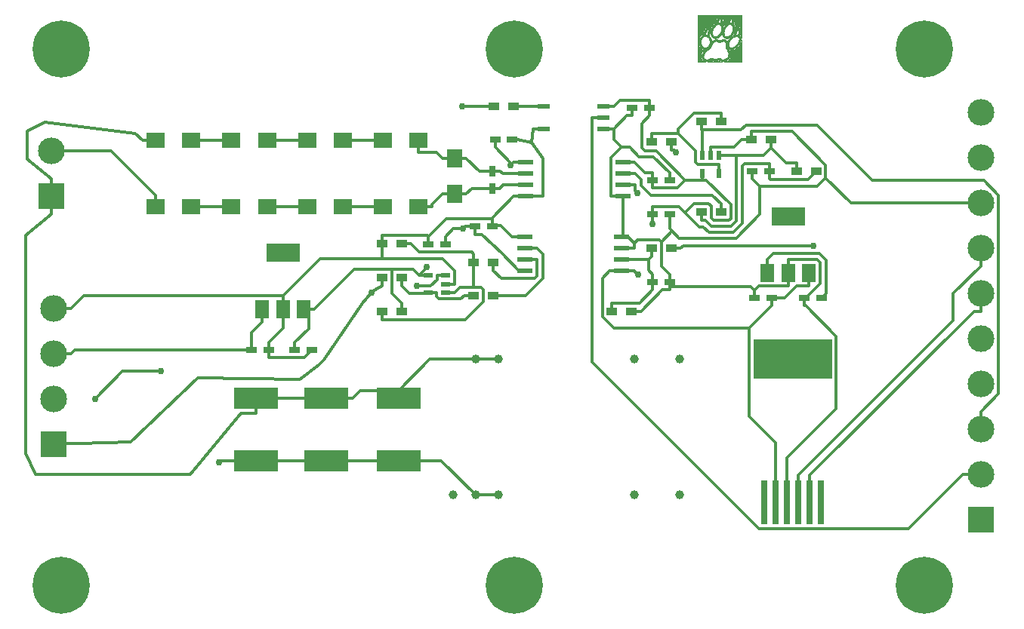
<source format=gbr>
G04 #@! TF.FileFunction,Copper,L1,Top,Signal*
%FSLAX46Y46*%
G04 Gerber Fmt 4.6, Leading zero omitted, Abs format (unit mm)*
G04 Created by KiCad (PCBNEW (2015-08-05 BZR 6055, Git fa29c62)-product) date 4/15/2016 12:47:28 PM*
%MOMM*%
G01*
G04 APERTURE LIST*
%ADD10C,0.100000*%
%ADD11C,0.002540*%
%ADD12C,6.400000*%
%ADD13R,1.200000X0.750000*%
%ADD14R,0.750000X1.200000*%
%ADD15R,2.000000X1.700000*%
%ADD16R,1.700000X2.000000*%
%ADD17R,1.200000X0.900000*%
%ADD18R,1.500000X2.000000*%
%ADD19R,3.800000X2.000000*%
%ADD20R,1.800000X0.600000*%
%ADD21R,1.000000X0.510000*%
%ADD22R,1.450000X0.610000*%
%ADD23R,3.000000X3.000000*%
%ADD24O,3.000000X3.000000*%
%ADD25C,3.000000*%
%ADD26R,5.000000X2.400000*%
%ADD27R,0.510000X1.000000*%
%ADD28C,1.000000*%
%ADD29R,0.760000X5.000000*%
%ADD30R,8.800000X4.500000*%
%ADD31C,0.762000*%
%ADD32C,0.355600*%
%ADD33C,0.350000*%
G04 APERTURE END LIST*
D10*
D11*
G36*
X108215180Y-46422780D02*
X108212640Y-47728340D01*
X108212640Y-47903600D01*
X108212640Y-48063620D01*
X108212640Y-48208400D01*
X108212640Y-48335400D01*
X108212640Y-48452240D01*
X108212640Y-48553840D01*
X108212640Y-48642740D01*
X108212640Y-48718940D01*
X108210100Y-48784980D01*
X108210100Y-48840860D01*
X108210100Y-48886580D01*
X108210100Y-48922140D01*
X108207560Y-48950080D01*
X108207560Y-48967860D01*
X108205020Y-48980560D01*
X108205020Y-48988180D01*
X108202480Y-48988180D01*
X108202480Y-48983100D01*
X108202480Y-48983100D01*
X108184700Y-48922140D01*
X108161840Y-48861180D01*
X108136440Y-48807840D01*
X108111040Y-48764660D01*
X108095800Y-48746880D01*
X108088180Y-48736720D01*
X108085640Y-48726560D01*
X108085640Y-48713860D01*
X108088180Y-48691000D01*
X108095800Y-48657980D01*
X108113580Y-48551300D01*
X108126280Y-48442080D01*
X108128820Y-48327780D01*
X108126280Y-48216020D01*
X108116120Y-48109340D01*
X108095800Y-48015360D01*
X108095800Y-48010280D01*
X108067860Y-47923920D01*
X108029760Y-47852800D01*
X107984040Y-47794380D01*
X107930700Y-47751200D01*
X107902760Y-47735960D01*
X107874820Y-47723260D01*
X107846880Y-47715640D01*
X107816400Y-47713100D01*
X107783380Y-47713100D01*
X107745280Y-47713100D01*
X107714800Y-47715640D01*
X107691940Y-47723260D01*
X107661460Y-47735960D01*
X107653840Y-47741040D01*
X107595420Y-47779140D01*
X107559860Y-47812160D01*
X107521760Y-47855340D01*
X107511600Y-47791840D01*
X107486200Y-47680080D01*
X107448100Y-47570860D01*
X107397300Y-47474340D01*
X107394760Y-47466720D01*
X107359200Y-47413380D01*
X107376980Y-47354960D01*
X107392220Y-47294000D01*
X107404920Y-47240660D01*
X107412540Y-47187320D01*
X107417620Y-47133980D01*
X107420160Y-47073020D01*
X107422700Y-47001900D01*
X107422700Y-46971420D01*
X107420160Y-46872360D01*
X107415080Y-46788540D01*
X107407460Y-46717420D01*
X107392220Y-46656460D01*
X107374440Y-46605660D01*
X107349040Y-46562480D01*
X107321100Y-46524380D01*
X107298240Y-46504060D01*
X107260140Y-46471040D01*
X107222040Y-46450720D01*
X107181400Y-46438020D01*
X107130600Y-46430400D01*
X107092500Y-46430400D01*
X107039160Y-46432940D01*
X106990900Y-46443100D01*
X106947720Y-46460880D01*
X106909620Y-46491360D01*
X106868980Y-46532000D01*
X106825800Y-46585340D01*
X106808020Y-46608200D01*
X106724200Y-46737740D01*
X106650540Y-46874900D01*
X106587040Y-47012060D01*
X106538780Y-47151760D01*
X106521000Y-47207640D01*
X106510840Y-47245740D01*
X106503220Y-47276220D01*
X106495600Y-47299080D01*
X106493060Y-47306700D01*
X106437180Y-47349880D01*
X106373680Y-47403220D01*
X106310180Y-47461640D01*
X106249220Y-47525140D01*
X106211120Y-47568320D01*
X106167940Y-47619120D01*
X106134920Y-47548000D01*
X106117140Y-47512440D01*
X106099360Y-47479420D01*
X106084120Y-47454020D01*
X106079040Y-47446400D01*
X106058720Y-47418460D01*
X106076500Y-47342260D01*
X106099360Y-47245740D01*
X106114600Y-47141600D01*
X106122220Y-47034920D01*
X106122220Y-46930780D01*
X106117140Y-46829180D01*
X106106980Y-46735200D01*
X106089200Y-46653920D01*
X106084120Y-46638680D01*
X106056180Y-46575180D01*
X106020620Y-46521840D01*
X105979980Y-46486280D01*
X105939340Y-46458340D01*
X105898700Y-46443100D01*
X105855520Y-46432940D01*
X105802180Y-46430400D01*
X105789480Y-46430400D01*
X105738680Y-46432940D01*
X105695500Y-46440560D01*
X105654860Y-46458340D01*
X105616760Y-46483740D01*
X105578660Y-46519300D01*
X105538020Y-46565020D01*
X105494840Y-46625980D01*
X105469440Y-46661540D01*
X105403400Y-46768220D01*
X105344980Y-46882520D01*
X105291640Y-46999360D01*
X105248460Y-47113660D01*
X105215440Y-47222880D01*
X105212900Y-47235580D01*
X105197660Y-47301620D01*
X105141780Y-47344800D01*
X105052880Y-47415920D01*
X104969060Y-47502280D01*
X104887780Y-47598800D01*
X104814120Y-47700400D01*
X104750620Y-47804540D01*
X104743000Y-47822320D01*
X104702360Y-47898520D01*
X104687120Y-47870580D01*
X104654100Y-47819780D01*
X104605840Y-47776600D01*
X104549960Y-47741040D01*
X104489000Y-47718180D01*
X104453440Y-47710560D01*
X104397560Y-47710560D01*
X104344220Y-47720720D01*
X104295960Y-47741040D01*
X104245160Y-47771520D01*
X104194360Y-47817240D01*
X104141020Y-47878200D01*
X104082600Y-47951860D01*
X104049580Y-48000120D01*
X103965760Y-48132200D01*
X103894640Y-48266820D01*
X103838760Y-48401440D01*
X103798120Y-48525900D01*
X103767640Y-48627500D01*
X103724460Y-48652900D01*
X103693980Y-48673220D01*
X103658420Y-48703700D01*
X103617780Y-48741800D01*
X103577140Y-48782440D01*
X103536500Y-48823080D01*
X103503480Y-48863720D01*
X103480620Y-48891660D01*
X103417120Y-49003420D01*
X103366320Y-49125340D01*
X103328220Y-49249800D01*
X103325680Y-49267580D01*
X103318060Y-49315840D01*
X103312980Y-49376800D01*
X103310440Y-49442840D01*
X103312980Y-49513960D01*
X103315520Y-49580000D01*
X103320600Y-49640960D01*
X103328220Y-49691760D01*
X103328220Y-49699380D01*
X103361240Y-49816220D01*
X103409500Y-49925440D01*
X103467920Y-50027040D01*
X103536500Y-50118480D01*
X103617780Y-50197220D01*
X103696520Y-50255640D01*
X103742240Y-50283580D01*
X103798120Y-50311520D01*
X103854000Y-50334380D01*
X103904800Y-50352160D01*
X103914960Y-50354700D01*
X103937820Y-50359780D01*
X103889560Y-50418200D01*
X103813360Y-50512180D01*
X103749860Y-50608700D01*
X103699060Y-50707760D01*
X103658420Y-50811900D01*
X103635560Y-50890640D01*
X103622860Y-50961760D01*
X103615240Y-51040500D01*
X103612700Y-51119240D01*
X103617780Y-51195440D01*
X103630480Y-51261480D01*
X103633020Y-51266560D01*
X103666040Y-51363080D01*
X103714300Y-51449440D01*
X103775260Y-51528180D01*
X103846380Y-51594220D01*
X103927660Y-51647560D01*
X104019100Y-51688200D01*
X104064820Y-51703440D01*
X104100380Y-51713600D01*
X104128320Y-51721220D01*
X104148640Y-51723760D01*
X104146100Y-51726300D01*
X104125780Y-51726300D01*
X104092760Y-51726300D01*
X104047040Y-51726300D01*
X103991160Y-51728840D01*
X103925120Y-51728840D01*
X103848920Y-51728840D01*
X103767640Y-51728840D01*
X103737160Y-51728840D01*
X103302820Y-51731380D01*
X103302820Y-49077080D01*
X103302820Y-46422780D01*
X105759000Y-46422780D01*
X108215180Y-46422780D01*
X108215180Y-46422780D01*
X108215180Y-46422780D01*
G37*
X108215180Y-46422780D02*
X108212640Y-47728340D01*
X108212640Y-47903600D01*
X108212640Y-48063620D01*
X108212640Y-48208400D01*
X108212640Y-48335400D01*
X108212640Y-48452240D01*
X108212640Y-48553840D01*
X108212640Y-48642740D01*
X108212640Y-48718940D01*
X108210100Y-48784980D01*
X108210100Y-48840860D01*
X108210100Y-48886580D01*
X108210100Y-48922140D01*
X108207560Y-48950080D01*
X108207560Y-48967860D01*
X108205020Y-48980560D01*
X108205020Y-48988180D01*
X108202480Y-48988180D01*
X108202480Y-48983100D01*
X108202480Y-48983100D01*
X108184700Y-48922140D01*
X108161840Y-48861180D01*
X108136440Y-48807840D01*
X108111040Y-48764660D01*
X108095800Y-48746880D01*
X108088180Y-48736720D01*
X108085640Y-48726560D01*
X108085640Y-48713860D01*
X108088180Y-48691000D01*
X108095800Y-48657980D01*
X108113580Y-48551300D01*
X108126280Y-48442080D01*
X108128820Y-48327780D01*
X108126280Y-48216020D01*
X108116120Y-48109340D01*
X108095800Y-48015360D01*
X108095800Y-48010280D01*
X108067860Y-47923920D01*
X108029760Y-47852800D01*
X107984040Y-47794380D01*
X107930700Y-47751200D01*
X107902760Y-47735960D01*
X107874820Y-47723260D01*
X107846880Y-47715640D01*
X107816400Y-47713100D01*
X107783380Y-47713100D01*
X107745280Y-47713100D01*
X107714800Y-47715640D01*
X107691940Y-47723260D01*
X107661460Y-47735960D01*
X107653840Y-47741040D01*
X107595420Y-47779140D01*
X107559860Y-47812160D01*
X107521760Y-47855340D01*
X107511600Y-47791840D01*
X107486200Y-47680080D01*
X107448100Y-47570860D01*
X107397300Y-47474340D01*
X107394760Y-47466720D01*
X107359200Y-47413380D01*
X107376980Y-47354960D01*
X107392220Y-47294000D01*
X107404920Y-47240660D01*
X107412540Y-47187320D01*
X107417620Y-47133980D01*
X107420160Y-47073020D01*
X107422700Y-47001900D01*
X107422700Y-46971420D01*
X107420160Y-46872360D01*
X107415080Y-46788540D01*
X107407460Y-46717420D01*
X107392220Y-46656460D01*
X107374440Y-46605660D01*
X107349040Y-46562480D01*
X107321100Y-46524380D01*
X107298240Y-46504060D01*
X107260140Y-46471040D01*
X107222040Y-46450720D01*
X107181400Y-46438020D01*
X107130600Y-46430400D01*
X107092500Y-46430400D01*
X107039160Y-46432940D01*
X106990900Y-46443100D01*
X106947720Y-46460880D01*
X106909620Y-46491360D01*
X106868980Y-46532000D01*
X106825800Y-46585340D01*
X106808020Y-46608200D01*
X106724200Y-46737740D01*
X106650540Y-46874900D01*
X106587040Y-47012060D01*
X106538780Y-47151760D01*
X106521000Y-47207640D01*
X106510840Y-47245740D01*
X106503220Y-47276220D01*
X106495600Y-47299080D01*
X106493060Y-47306700D01*
X106437180Y-47349880D01*
X106373680Y-47403220D01*
X106310180Y-47461640D01*
X106249220Y-47525140D01*
X106211120Y-47568320D01*
X106167940Y-47619120D01*
X106134920Y-47548000D01*
X106117140Y-47512440D01*
X106099360Y-47479420D01*
X106084120Y-47454020D01*
X106079040Y-47446400D01*
X106058720Y-47418460D01*
X106076500Y-47342260D01*
X106099360Y-47245740D01*
X106114600Y-47141600D01*
X106122220Y-47034920D01*
X106122220Y-46930780D01*
X106117140Y-46829180D01*
X106106980Y-46735200D01*
X106089200Y-46653920D01*
X106084120Y-46638680D01*
X106056180Y-46575180D01*
X106020620Y-46521840D01*
X105979980Y-46486280D01*
X105939340Y-46458340D01*
X105898700Y-46443100D01*
X105855520Y-46432940D01*
X105802180Y-46430400D01*
X105789480Y-46430400D01*
X105738680Y-46432940D01*
X105695500Y-46440560D01*
X105654860Y-46458340D01*
X105616760Y-46483740D01*
X105578660Y-46519300D01*
X105538020Y-46565020D01*
X105494840Y-46625980D01*
X105469440Y-46661540D01*
X105403400Y-46768220D01*
X105344980Y-46882520D01*
X105291640Y-46999360D01*
X105248460Y-47113660D01*
X105215440Y-47222880D01*
X105212900Y-47235580D01*
X105197660Y-47301620D01*
X105141780Y-47344800D01*
X105052880Y-47415920D01*
X104969060Y-47502280D01*
X104887780Y-47598800D01*
X104814120Y-47700400D01*
X104750620Y-47804540D01*
X104743000Y-47822320D01*
X104702360Y-47898520D01*
X104687120Y-47870580D01*
X104654100Y-47819780D01*
X104605840Y-47776600D01*
X104549960Y-47741040D01*
X104489000Y-47718180D01*
X104453440Y-47710560D01*
X104397560Y-47710560D01*
X104344220Y-47720720D01*
X104295960Y-47741040D01*
X104245160Y-47771520D01*
X104194360Y-47817240D01*
X104141020Y-47878200D01*
X104082600Y-47951860D01*
X104049580Y-48000120D01*
X103965760Y-48132200D01*
X103894640Y-48266820D01*
X103838760Y-48401440D01*
X103798120Y-48525900D01*
X103767640Y-48627500D01*
X103724460Y-48652900D01*
X103693980Y-48673220D01*
X103658420Y-48703700D01*
X103617780Y-48741800D01*
X103577140Y-48782440D01*
X103536500Y-48823080D01*
X103503480Y-48863720D01*
X103480620Y-48891660D01*
X103417120Y-49003420D01*
X103366320Y-49125340D01*
X103328220Y-49249800D01*
X103325680Y-49267580D01*
X103318060Y-49315840D01*
X103312980Y-49376800D01*
X103310440Y-49442840D01*
X103312980Y-49513960D01*
X103315520Y-49580000D01*
X103320600Y-49640960D01*
X103328220Y-49691760D01*
X103328220Y-49699380D01*
X103361240Y-49816220D01*
X103409500Y-49925440D01*
X103467920Y-50027040D01*
X103536500Y-50118480D01*
X103617780Y-50197220D01*
X103696520Y-50255640D01*
X103742240Y-50283580D01*
X103798120Y-50311520D01*
X103854000Y-50334380D01*
X103904800Y-50352160D01*
X103914960Y-50354700D01*
X103937820Y-50359780D01*
X103889560Y-50418200D01*
X103813360Y-50512180D01*
X103749860Y-50608700D01*
X103699060Y-50707760D01*
X103658420Y-50811900D01*
X103635560Y-50890640D01*
X103622860Y-50961760D01*
X103615240Y-51040500D01*
X103612700Y-51119240D01*
X103617780Y-51195440D01*
X103630480Y-51261480D01*
X103633020Y-51266560D01*
X103666040Y-51363080D01*
X103714300Y-51449440D01*
X103775260Y-51528180D01*
X103846380Y-51594220D01*
X103927660Y-51647560D01*
X104019100Y-51688200D01*
X104064820Y-51703440D01*
X104100380Y-51713600D01*
X104128320Y-51721220D01*
X104148640Y-51723760D01*
X104146100Y-51726300D01*
X104125780Y-51726300D01*
X104092760Y-51726300D01*
X104047040Y-51726300D01*
X103991160Y-51728840D01*
X103925120Y-51728840D01*
X103848920Y-51728840D01*
X103767640Y-51728840D01*
X103737160Y-51728840D01*
X103302820Y-51731380D01*
X103302820Y-49077080D01*
X103302820Y-46422780D01*
X105759000Y-46422780D01*
X108215180Y-46422780D01*
X108215180Y-46422780D01*
G36*
X105957120Y-51721220D02*
X105954580Y-51723760D01*
X105944420Y-51723760D01*
X105929180Y-51726300D01*
X105903780Y-51726300D01*
X105870760Y-51726300D01*
X105827580Y-51728840D01*
X105774240Y-51728840D01*
X105708200Y-51728840D01*
X105629460Y-51728840D01*
X105535480Y-51728840D01*
X105431340Y-51728840D01*
X105309420Y-51728840D01*
X105187500Y-51728840D01*
X105050340Y-51728840D01*
X104930960Y-51728840D01*
X104824280Y-51728840D01*
X104732840Y-51728840D01*
X104656640Y-51728840D01*
X104590600Y-51728840D01*
X104539800Y-51726300D01*
X104496620Y-51726300D01*
X104466140Y-51726300D01*
X104443280Y-51723760D01*
X104428040Y-51723760D01*
X104420420Y-51721220D01*
X104420420Y-51721220D01*
X104428040Y-51718680D01*
X104430580Y-51718680D01*
X104481380Y-51705980D01*
X104532180Y-51690740D01*
X104588060Y-51670420D01*
X104649020Y-51642480D01*
X104709980Y-51614540D01*
X104826820Y-51558660D01*
X104867460Y-51594220D01*
X104933500Y-51642480D01*
X105009700Y-51675500D01*
X105096060Y-51698360D01*
X105190040Y-51705980D01*
X105192580Y-51705980D01*
X105276400Y-51700900D01*
X105357680Y-51683120D01*
X105436420Y-51655180D01*
X105520240Y-51612000D01*
X105560880Y-51586600D01*
X105614220Y-51551040D01*
X105659940Y-51586600D01*
X105753920Y-51647560D01*
X105852980Y-51690740D01*
X105944420Y-51718680D01*
X105952040Y-51718680D01*
X105957120Y-51721220D01*
X105957120Y-51721220D01*
X105957120Y-51721220D01*
G37*
X105957120Y-51721220D02*
X105954580Y-51723760D01*
X105944420Y-51723760D01*
X105929180Y-51726300D01*
X105903780Y-51726300D01*
X105870760Y-51726300D01*
X105827580Y-51728840D01*
X105774240Y-51728840D01*
X105708200Y-51728840D01*
X105629460Y-51728840D01*
X105535480Y-51728840D01*
X105431340Y-51728840D01*
X105309420Y-51728840D01*
X105187500Y-51728840D01*
X105050340Y-51728840D01*
X104930960Y-51728840D01*
X104824280Y-51728840D01*
X104732840Y-51728840D01*
X104656640Y-51728840D01*
X104590600Y-51728840D01*
X104539800Y-51726300D01*
X104496620Y-51726300D01*
X104466140Y-51726300D01*
X104443280Y-51723760D01*
X104428040Y-51723760D01*
X104420420Y-51721220D01*
X104420420Y-51721220D01*
X104428040Y-51718680D01*
X104430580Y-51718680D01*
X104481380Y-51705980D01*
X104532180Y-51690740D01*
X104588060Y-51670420D01*
X104649020Y-51642480D01*
X104709980Y-51614540D01*
X104826820Y-51558660D01*
X104867460Y-51594220D01*
X104933500Y-51642480D01*
X105009700Y-51675500D01*
X105096060Y-51698360D01*
X105190040Y-51705980D01*
X105192580Y-51705980D01*
X105276400Y-51700900D01*
X105357680Y-51683120D01*
X105436420Y-51655180D01*
X105520240Y-51612000D01*
X105560880Y-51586600D01*
X105614220Y-51551040D01*
X105659940Y-51586600D01*
X105753920Y-51647560D01*
X105852980Y-51690740D01*
X105944420Y-51718680D01*
X105952040Y-51718680D01*
X105957120Y-51721220D01*
X105957120Y-51721220D01*
G36*
X108215180Y-51731380D02*
X107211880Y-51728840D01*
X107211880Y-50476620D01*
X107209340Y-50471540D01*
X107201720Y-50471540D01*
X107189020Y-50479160D01*
X107186480Y-50502020D01*
X107186480Y-50504560D01*
X107186480Y-50524880D01*
X107191560Y-50529960D01*
X107196640Y-50517260D01*
X107206800Y-50496940D01*
X107211880Y-50476620D01*
X107211880Y-51728840D01*
X107209340Y-51728840D01*
X107178860Y-51728840D01*
X107178860Y-50496940D01*
X107171240Y-50499480D01*
X107168700Y-50502020D01*
X107158540Y-50507100D01*
X107156000Y-50499480D01*
X107156000Y-50491860D01*
X107150920Y-50474080D01*
X107140760Y-50469000D01*
X107130600Y-50479160D01*
X107128060Y-50489320D01*
X107120440Y-50512180D01*
X107117900Y-50522340D01*
X107117900Y-50474080D01*
X107112820Y-50471540D01*
X107095040Y-50469000D01*
X107092500Y-50469000D01*
X107072180Y-50471540D01*
X107067100Y-50474080D01*
X107069640Y-50476620D01*
X107077260Y-50486780D01*
X107072180Y-50504560D01*
X107072180Y-50507100D01*
X107064560Y-50524880D01*
X107064560Y-50535040D01*
X107067100Y-50535040D01*
X107074720Y-50527420D01*
X107082340Y-50512180D01*
X107087420Y-50499480D01*
X107087420Y-50496940D01*
X107095040Y-50484240D01*
X107107740Y-50476620D01*
X107117900Y-50474080D01*
X107117900Y-50522340D01*
X107115360Y-50535040D01*
X107117900Y-50535040D01*
X107128060Y-50524880D01*
X107133140Y-50514720D01*
X107145840Y-50489320D01*
X107148380Y-50514720D01*
X107150920Y-50532500D01*
X107156000Y-50535040D01*
X107168700Y-50522340D01*
X107178860Y-50507100D01*
X107178860Y-50496940D01*
X107178860Y-51728840D01*
X107056940Y-51728840D01*
X106919780Y-51728840D01*
X106797860Y-51728840D01*
X106688640Y-51728840D01*
X106597200Y-51728840D01*
X106515920Y-51728840D01*
X106447340Y-51728840D01*
X106391460Y-51726300D01*
X106345740Y-51726300D01*
X106310180Y-51726300D01*
X106284780Y-51723760D01*
X106264460Y-51723760D01*
X106254300Y-51721220D01*
X106251760Y-51721220D01*
X106254300Y-51718680D01*
X106259380Y-51718680D01*
X106376220Y-51685660D01*
X106487980Y-51639940D01*
X106592120Y-51578980D01*
X106691180Y-51502780D01*
X106762300Y-51434200D01*
X106835960Y-51347840D01*
X106896920Y-51253860D01*
X106945180Y-51152260D01*
X106985820Y-51040500D01*
X106993440Y-51012560D01*
X107001060Y-50977000D01*
X107008680Y-50949060D01*
X107011220Y-50918580D01*
X107013760Y-50883020D01*
X107016300Y-50837300D01*
X107016300Y-50791580D01*
X107013760Y-50715380D01*
X107011220Y-50649340D01*
X107001060Y-50593460D01*
X106985820Y-50540120D01*
X106965500Y-50484240D01*
X106947720Y-50446140D01*
X106935020Y-50415660D01*
X106924860Y-50392800D01*
X106919780Y-50380100D01*
X106919780Y-50380100D01*
X106927400Y-50377560D01*
X106947720Y-50377560D01*
X106978200Y-50375020D01*
X106990900Y-50375020D01*
X107100120Y-50367400D01*
X107214420Y-50344540D01*
X107328720Y-50306440D01*
X107443020Y-50255640D01*
X107557320Y-50189600D01*
X107605580Y-50156580D01*
X107653840Y-50121020D01*
X107709720Y-50072760D01*
X107768140Y-50016880D01*
X107826560Y-49958460D01*
X107879900Y-49900040D01*
X107928160Y-49844160D01*
X107968800Y-49795900D01*
X107971340Y-49790820D01*
X108052620Y-49666360D01*
X108116120Y-49539360D01*
X108166920Y-49412360D01*
X108197400Y-49300600D01*
X108212640Y-49219320D01*
X108212640Y-50476620D01*
X108215180Y-51731380D01*
X108215180Y-51731380D01*
X108215180Y-51731380D01*
G37*
X108215180Y-51731380D02*
X107211880Y-51728840D01*
X107211880Y-50476620D01*
X107209340Y-50471540D01*
X107201720Y-50471540D01*
X107189020Y-50479160D01*
X107186480Y-50502020D01*
X107186480Y-50504560D01*
X107186480Y-50524880D01*
X107191560Y-50529960D01*
X107196640Y-50517260D01*
X107206800Y-50496940D01*
X107211880Y-50476620D01*
X107211880Y-51728840D01*
X107209340Y-51728840D01*
X107178860Y-51728840D01*
X107178860Y-50496940D01*
X107171240Y-50499480D01*
X107168700Y-50502020D01*
X107158540Y-50507100D01*
X107156000Y-50499480D01*
X107156000Y-50491860D01*
X107150920Y-50474080D01*
X107140760Y-50469000D01*
X107130600Y-50479160D01*
X107128060Y-50489320D01*
X107120440Y-50512180D01*
X107117900Y-50522340D01*
X107117900Y-50474080D01*
X107112820Y-50471540D01*
X107095040Y-50469000D01*
X107092500Y-50469000D01*
X107072180Y-50471540D01*
X107067100Y-50474080D01*
X107069640Y-50476620D01*
X107077260Y-50486780D01*
X107072180Y-50504560D01*
X107072180Y-50507100D01*
X107064560Y-50524880D01*
X107064560Y-50535040D01*
X107067100Y-50535040D01*
X107074720Y-50527420D01*
X107082340Y-50512180D01*
X107087420Y-50499480D01*
X107087420Y-50496940D01*
X107095040Y-50484240D01*
X107107740Y-50476620D01*
X107117900Y-50474080D01*
X107117900Y-50522340D01*
X107115360Y-50535040D01*
X107117900Y-50535040D01*
X107128060Y-50524880D01*
X107133140Y-50514720D01*
X107145840Y-50489320D01*
X107148380Y-50514720D01*
X107150920Y-50532500D01*
X107156000Y-50535040D01*
X107168700Y-50522340D01*
X107178860Y-50507100D01*
X107178860Y-50496940D01*
X107178860Y-51728840D01*
X107056940Y-51728840D01*
X106919780Y-51728840D01*
X106797860Y-51728840D01*
X106688640Y-51728840D01*
X106597200Y-51728840D01*
X106515920Y-51728840D01*
X106447340Y-51728840D01*
X106391460Y-51726300D01*
X106345740Y-51726300D01*
X106310180Y-51726300D01*
X106284780Y-51723760D01*
X106264460Y-51723760D01*
X106254300Y-51721220D01*
X106251760Y-51721220D01*
X106254300Y-51718680D01*
X106259380Y-51718680D01*
X106376220Y-51685660D01*
X106487980Y-51639940D01*
X106592120Y-51578980D01*
X106691180Y-51502780D01*
X106762300Y-51434200D01*
X106835960Y-51347840D01*
X106896920Y-51253860D01*
X106945180Y-51152260D01*
X106985820Y-51040500D01*
X106993440Y-51012560D01*
X107001060Y-50977000D01*
X107008680Y-50949060D01*
X107011220Y-50918580D01*
X107013760Y-50883020D01*
X107016300Y-50837300D01*
X107016300Y-50791580D01*
X107013760Y-50715380D01*
X107011220Y-50649340D01*
X107001060Y-50593460D01*
X106985820Y-50540120D01*
X106965500Y-50484240D01*
X106947720Y-50446140D01*
X106935020Y-50415660D01*
X106924860Y-50392800D01*
X106919780Y-50380100D01*
X106919780Y-50380100D01*
X106927400Y-50377560D01*
X106947720Y-50377560D01*
X106978200Y-50375020D01*
X106990900Y-50375020D01*
X107100120Y-50367400D01*
X107214420Y-50344540D01*
X107328720Y-50306440D01*
X107443020Y-50255640D01*
X107557320Y-50189600D01*
X107605580Y-50156580D01*
X107653840Y-50121020D01*
X107709720Y-50072760D01*
X107768140Y-50016880D01*
X107826560Y-49958460D01*
X107879900Y-49900040D01*
X107928160Y-49844160D01*
X107968800Y-49795900D01*
X107971340Y-49790820D01*
X108052620Y-49666360D01*
X108116120Y-49539360D01*
X108166920Y-49412360D01*
X108197400Y-49300600D01*
X108212640Y-49219320D01*
X108212640Y-50476620D01*
X108215180Y-51731380D01*
X108215180Y-51731380D01*
G36*
X108116120Y-49143120D02*
X108111040Y-49201540D01*
X108105960Y-49252340D01*
X108100880Y-49280280D01*
X108093260Y-49315840D01*
X108080560Y-49359020D01*
X108065320Y-49404740D01*
X108062780Y-49414900D01*
X108011980Y-49531740D01*
X107945940Y-49648580D01*
X107905300Y-49709540D01*
X107905300Y-49135500D01*
X107905300Y-49087240D01*
X107902760Y-49054220D01*
X107900220Y-49028820D01*
X107895140Y-49008500D01*
X107890060Y-48988180D01*
X107884980Y-48983100D01*
X107851960Y-48927220D01*
X107831640Y-48906900D01*
X107831640Y-48297300D01*
X107829100Y-48274440D01*
X107826560Y-48231260D01*
X107818940Y-48185540D01*
X107811320Y-48139820D01*
X107803700Y-48099180D01*
X107796080Y-48063620D01*
X107788460Y-48038220D01*
X107783380Y-48028060D01*
X107775760Y-48030600D01*
X107763060Y-48045840D01*
X107742740Y-48073780D01*
X107722420Y-48109340D01*
X107697020Y-48152520D01*
X107671620Y-48200780D01*
X107648760Y-48251580D01*
X107623360Y-48302380D01*
X107603040Y-48353180D01*
X107585260Y-48398900D01*
X107585260Y-48401440D01*
X107564940Y-48464940D01*
X107547160Y-48533520D01*
X107529380Y-48612260D01*
X107516680Y-48678300D01*
X107511600Y-48706240D01*
X107557320Y-48693540D01*
X107585260Y-48688460D01*
X107623360Y-48685920D01*
X107666540Y-48683380D01*
X107689400Y-48683380D01*
X107780840Y-48683380D01*
X107798620Y-48602100D01*
X107818940Y-48495420D01*
X107829100Y-48393820D01*
X107831640Y-48297300D01*
X107831640Y-48906900D01*
X107806240Y-48884040D01*
X107770680Y-48861180D01*
X107724960Y-48845940D01*
X107666540Y-48835780D01*
X107605580Y-48835780D01*
X107539540Y-48840860D01*
X107498900Y-48851020D01*
X107397300Y-48886580D01*
X107298240Y-48934840D01*
X107204260Y-48998340D01*
X107110280Y-49069460D01*
X107026460Y-49153280D01*
X106947720Y-49242180D01*
X106876600Y-49336160D01*
X106818180Y-49435220D01*
X106772460Y-49536820D01*
X106739440Y-49638420D01*
X106724200Y-49717160D01*
X106721660Y-49793360D01*
X106729280Y-49864480D01*
X106752140Y-49927980D01*
X106785160Y-49981320D01*
X106825800Y-50021960D01*
X106879140Y-50052440D01*
X106891840Y-50057520D01*
X106937560Y-50067680D01*
X106993440Y-50070220D01*
X107054400Y-50067680D01*
X107112820Y-50060060D01*
X107138220Y-50054980D01*
X107239820Y-50019420D01*
X107338880Y-49968620D01*
X107435400Y-49905120D01*
X107529380Y-49828920D01*
X107615740Y-49745100D01*
X107697020Y-49651120D01*
X107765600Y-49552060D01*
X107826560Y-49447920D01*
X107872280Y-49341240D01*
X107877360Y-49326000D01*
X107890060Y-49290440D01*
X107897680Y-49262500D01*
X107902760Y-49234560D01*
X107905300Y-49204080D01*
X107905300Y-49163440D01*
X107905300Y-49135500D01*
X107905300Y-49709540D01*
X107869740Y-49762880D01*
X107780840Y-49869560D01*
X107681780Y-49966080D01*
X107575100Y-50054980D01*
X107465880Y-50131180D01*
X107376980Y-50179440D01*
X107318560Y-50207380D01*
X107252520Y-50230240D01*
X107181400Y-50253100D01*
X107117900Y-50268340D01*
X107077260Y-50273420D01*
X106983280Y-50278500D01*
X106894380Y-50268340D01*
X106813100Y-50245480D01*
X106739440Y-50209920D01*
X106675940Y-50161660D01*
X106658160Y-50146420D01*
X106650540Y-50141340D01*
X106648000Y-50141340D01*
X106653080Y-50151500D01*
X106665780Y-50171820D01*
X106683560Y-50199760D01*
X106708960Y-50235320D01*
X106726740Y-50263260D01*
X106782620Y-50347080D01*
X106825800Y-50420740D01*
X106858820Y-50486780D01*
X106884220Y-50552820D01*
X106904540Y-50616320D01*
X106917240Y-50682360D01*
X106919780Y-50710300D01*
X106924860Y-50809360D01*
X106912160Y-50913500D01*
X106889300Y-51017640D01*
X106851200Y-51121780D01*
X106802940Y-51218300D01*
X106741980Y-51307200D01*
X106734360Y-51317360D01*
X106716580Y-51337680D01*
X106716580Y-50789040D01*
X106714040Y-50733160D01*
X106708960Y-50684900D01*
X106696260Y-50636640D01*
X106681020Y-50588380D01*
X106655620Y-50537580D01*
X106622600Y-50479160D01*
X106581960Y-50413120D01*
X106548940Y-50362320D01*
X106500680Y-50293740D01*
X106465120Y-50232780D01*
X106437180Y-50179440D01*
X106416860Y-50131180D01*
X106401620Y-50085460D01*
X106399080Y-50067680D01*
X106391460Y-50019420D01*
X106386380Y-49973700D01*
X106388920Y-49927980D01*
X106394000Y-49872100D01*
X106406700Y-49806060D01*
X106406700Y-49798440D01*
X106419400Y-49732400D01*
X106424480Y-49676520D01*
X106424480Y-49628260D01*
X106414320Y-49587620D01*
X106401620Y-49544440D01*
X106394000Y-49531740D01*
X106358440Y-49473320D01*
X106310180Y-49425060D01*
X106254300Y-49392040D01*
X106190800Y-49374260D01*
X106122220Y-49371720D01*
X106076500Y-49376800D01*
X106046020Y-49384420D01*
X106005380Y-49399660D01*
X105954580Y-49419980D01*
X105901240Y-49445380D01*
X105832660Y-49475860D01*
X105776780Y-49498720D01*
X105725980Y-49508880D01*
X105682800Y-49511420D01*
X105642160Y-49503800D01*
X105601520Y-49488560D01*
X105560880Y-49460620D01*
X105553260Y-49458080D01*
X105505000Y-49422520D01*
X105464360Y-49399660D01*
X105426260Y-49384420D01*
X105390700Y-49376800D01*
X105350060Y-49374260D01*
X105332280Y-49374260D01*
X105289100Y-49374260D01*
X105256080Y-49379340D01*
X105225600Y-49386960D01*
X105202740Y-49394580D01*
X105124000Y-49432680D01*
X105055420Y-49478400D01*
X104997000Y-49531740D01*
X104941120Y-49592700D01*
X104895400Y-49663820D01*
X104859840Y-49742560D01*
X104839520Y-49795900D01*
X104816660Y-49861940D01*
X104791260Y-49920360D01*
X104763320Y-49976240D01*
X104730300Y-50029580D01*
X104692200Y-50082920D01*
X104646480Y-50136260D01*
X104618540Y-50161660D01*
X104618540Y-49427600D01*
X104618540Y-49376800D01*
X104616000Y-49338700D01*
X104613460Y-49305680D01*
X104608380Y-49277740D01*
X104600760Y-49249800D01*
X104595680Y-49229480D01*
X104567740Y-49148200D01*
X104534720Y-49082160D01*
X104491540Y-49021200D01*
X104445820Y-48970400D01*
X104428040Y-48955160D01*
X104428040Y-48127120D01*
X104428040Y-48089020D01*
X104428040Y-48061080D01*
X104425500Y-48050920D01*
X104420420Y-48017900D01*
X104387400Y-48056000D01*
X104351840Y-48096640D01*
X104316280Y-48149980D01*
X104275640Y-48210940D01*
X104237540Y-48271900D01*
X104201980Y-48335400D01*
X104176580Y-48388740D01*
X104158800Y-48424300D01*
X104141020Y-48464940D01*
X104123240Y-48513200D01*
X104105460Y-48558920D01*
X104090220Y-48602100D01*
X104077520Y-48640200D01*
X104067360Y-48668140D01*
X104064820Y-48680840D01*
X104072440Y-48683380D01*
X104095300Y-48683380D01*
X104125780Y-48685920D01*
X104151180Y-48683380D01*
X104209600Y-48683380D01*
X104252780Y-48688460D01*
X104278180Y-48693540D01*
X104316280Y-48703700D01*
X104328980Y-48673220D01*
X104339140Y-48652900D01*
X104351840Y-48619880D01*
X104364540Y-48584320D01*
X104364540Y-48576700D01*
X104387400Y-48508120D01*
X104405180Y-48442080D01*
X104415340Y-48376040D01*
X104422960Y-48302380D01*
X104428040Y-48223640D01*
X104428040Y-48175380D01*
X104428040Y-48127120D01*
X104428040Y-48955160D01*
X104384860Y-48914520D01*
X104321360Y-48873880D01*
X104252780Y-48848480D01*
X104179120Y-48835780D01*
X104133400Y-48835780D01*
X104047040Y-48843400D01*
X103965760Y-48866260D01*
X103892100Y-48906900D01*
X103823520Y-48960240D01*
X103760020Y-49028820D01*
X103706680Y-49110100D01*
X103678740Y-49160900D01*
X103653340Y-49219320D01*
X103635560Y-49270120D01*
X103622860Y-49320920D01*
X103615240Y-49374260D01*
X103612700Y-49437760D01*
X103612700Y-49478400D01*
X103612700Y-49531740D01*
X103615240Y-49572380D01*
X103617780Y-49605400D01*
X103622860Y-49635880D01*
X103630480Y-49666360D01*
X103633020Y-49668900D01*
X103666040Y-49762880D01*
X103711760Y-49846700D01*
X103767640Y-49917820D01*
X103831140Y-49978780D01*
X103902260Y-50024500D01*
X103963220Y-50052440D01*
X104019100Y-50065140D01*
X104082600Y-50070220D01*
X104148640Y-50067680D01*
X104204520Y-50060060D01*
X104209600Y-50057520D01*
X104293420Y-50024500D01*
X104372160Y-49976240D01*
X104440740Y-49912740D01*
X104499160Y-49839080D01*
X104549960Y-49752720D01*
X104588060Y-49658740D01*
X104600760Y-49618100D01*
X104608380Y-49585080D01*
X104613460Y-49552060D01*
X104616000Y-49516500D01*
X104618540Y-49468240D01*
X104618540Y-49427600D01*
X104618540Y-50161660D01*
X104590600Y-50192140D01*
X104524560Y-50253100D01*
X104448360Y-50321680D01*
X104392480Y-50367400D01*
X104308660Y-50438520D01*
X104240080Y-50499480D01*
X104179120Y-50555360D01*
X104130860Y-50606160D01*
X104087680Y-50651880D01*
X104054660Y-50697600D01*
X104024180Y-50743320D01*
X103996240Y-50791580D01*
X103991160Y-50804280D01*
X103958140Y-50872860D01*
X103937820Y-50933820D01*
X103925120Y-50994780D01*
X103917500Y-51058280D01*
X103917500Y-51091300D01*
X103917500Y-51134480D01*
X103920040Y-51164960D01*
X103922580Y-51187820D01*
X103930200Y-51208140D01*
X103940360Y-51233540D01*
X103942900Y-51241160D01*
X103960680Y-51274180D01*
X103981000Y-51304660D01*
X103996240Y-51324980D01*
X104024180Y-51350380D01*
X104062280Y-51375780D01*
X104105460Y-51398640D01*
X104146100Y-51413880D01*
X104156260Y-51416420D01*
X104191820Y-51421500D01*
X104237540Y-51424040D01*
X104290880Y-51424040D01*
X104341680Y-51421500D01*
X104387400Y-51416420D01*
X104405180Y-51413880D01*
X104430580Y-51403720D01*
X104468680Y-51391020D01*
X104514400Y-51370700D01*
X104560120Y-51350380D01*
X104585520Y-51337680D01*
X104643940Y-51309740D01*
X104692200Y-51286880D01*
X104730300Y-51274180D01*
X104763320Y-51264020D01*
X104791260Y-51256400D01*
X104824280Y-51253860D01*
X104849680Y-51253860D01*
X104892860Y-51256400D01*
X104928420Y-51264020D01*
X104961440Y-51281800D01*
X104997000Y-51307200D01*
X105022400Y-51327520D01*
X105063040Y-51363080D01*
X105096060Y-51383400D01*
X105129080Y-51396100D01*
X105167180Y-51403720D01*
X105192580Y-51403720D01*
X105233220Y-51401180D01*
X105273860Y-51391020D01*
X105317040Y-51375780D01*
X105365300Y-51350380D01*
X105398320Y-51330060D01*
X105454200Y-51297040D01*
X105499920Y-51276720D01*
X105540560Y-51261480D01*
X105581200Y-51256400D01*
X105611680Y-51253860D01*
X105652320Y-51256400D01*
X105687880Y-51261480D01*
X105723440Y-51271640D01*
X105761540Y-51289420D01*
X105804720Y-51317360D01*
X105827580Y-51332600D01*
X105886000Y-51370700D01*
X105936800Y-51396100D01*
X105985060Y-51413880D01*
X106035860Y-51421500D01*
X106091740Y-51426580D01*
X106101900Y-51426580D01*
X106198420Y-51418960D01*
X106289860Y-51393560D01*
X106376220Y-51358000D01*
X106454960Y-51307200D01*
X106526080Y-51246240D01*
X106589580Y-51172580D01*
X106640380Y-51093840D01*
X106678480Y-51004940D01*
X106703880Y-50910960D01*
X106716580Y-50811900D01*
X106716580Y-50789040D01*
X106716580Y-51337680D01*
X106653080Y-51406260D01*
X106561640Y-51482460D01*
X106462580Y-51543420D01*
X106353360Y-51589140D01*
X106241600Y-51619620D01*
X106203500Y-51627240D01*
X106099360Y-51634860D01*
X105997760Y-51627240D01*
X105901240Y-51601840D01*
X105807260Y-51561200D01*
X105715820Y-51505320D01*
X105713280Y-51502780D01*
X105670100Y-51474840D01*
X105634540Y-51459600D01*
X105601520Y-51459600D01*
X105563420Y-51469760D01*
X105522780Y-51495160D01*
X105520240Y-51495160D01*
X105449120Y-51538340D01*
X105385620Y-51568820D01*
X105327200Y-51589140D01*
X105266240Y-51601840D01*
X105205280Y-51606920D01*
X105192580Y-51606920D01*
X105141780Y-51606920D01*
X105103680Y-51601840D01*
X105065580Y-51591680D01*
X105052880Y-51589140D01*
X105012240Y-51568820D01*
X104966520Y-51543420D01*
X104923340Y-51512940D01*
X104887780Y-51482460D01*
X104882700Y-51477380D01*
X104867460Y-51464680D01*
X104847140Y-51459600D01*
X104821740Y-51462140D01*
X104788720Y-51472300D01*
X104745540Y-51490080D01*
X104694740Y-51512940D01*
X104621080Y-51548500D01*
X104560120Y-51576440D01*
X104504240Y-51596760D01*
X104453440Y-51612000D01*
X104400100Y-51622160D01*
X104379780Y-51624700D01*
X104326440Y-51632320D01*
X104283260Y-51634860D01*
X104245160Y-51634860D01*
X104201980Y-51629780D01*
X104179120Y-51627240D01*
X104082600Y-51606920D01*
X103996240Y-51571360D01*
X103917500Y-51523100D01*
X103851460Y-51464680D01*
X103798120Y-51396100D01*
X103754940Y-51317360D01*
X103727000Y-51233540D01*
X103711760Y-51139560D01*
X103711760Y-51043040D01*
X103724460Y-50954140D01*
X103749860Y-50850000D01*
X103787960Y-50750940D01*
X103838760Y-50654420D01*
X103899720Y-50562980D01*
X103975920Y-50469000D01*
X104067360Y-50377560D01*
X104115620Y-50329300D01*
X104179120Y-50273420D01*
X104135940Y-50278500D01*
X104080060Y-50281040D01*
X104014020Y-50273420D01*
X103942900Y-50258180D01*
X103874320Y-50235320D01*
X103808280Y-50207380D01*
X103772720Y-50189600D01*
X103729540Y-50159120D01*
X103683820Y-50121020D01*
X103635560Y-50075300D01*
X103592380Y-50029580D01*
X103561900Y-49991480D01*
X103503480Y-49897500D01*
X103457760Y-49793360D01*
X103424740Y-49676520D01*
X103417120Y-49646040D01*
X103406960Y-49587620D01*
X103401880Y-49519040D01*
X103401880Y-49445380D01*
X103404420Y-49374260D01*
X103412040Y-49310760D01*
X103417120Y-49287900D01*
X103450140Y-49176140D01*
X103493320Y-49066920D01*
X103551740Y-48967860D01*
X103617780Y-48878960D01*
X103696520Y-48800220D01*
X103780340Y-48734180D01*
X103810820Y-48716400D01*
X103836220Y-48698620D01*
X103854000Y-48685920D01*
X103861620Y-48670680D01*
X103869240Y-48647820D01*
X103869240Y-48637660D01*
X103897180Y-48533520D01*
X103937820Y-48424300D01*
X103986080Y-48310000D01*
X104047040Y-48195700D01*
X104113080Y-48083940D01*
X104186740Y-47979800D01*
X104229920Y-47923920D01*
X104273100Y-47875660D01*
X104313740Y-47842640D01*
X104354380Y-47822320D01*
X104397560Y-47812160D01*
X104420420Y-47809620D01*
X104476300Y-47817240D01*
X104527100Y-47840100D01*
X104567740Y-47873120D01*
X104600760Y-47916300D01*
X104616000Y-47954400D01*
X104621080Y-47974720D01*
X104626160Y-48007740D01*
X104631240Y-48048380D01*
X104633780Y-48078860D01*
X104638860Y-48198240D01*
X104628700Y-48322700D01*
X104608380Y-48452240D01*
X104577900Y-48584320D01*
X104549960Y-48665600D01*
X104519480Y-48754500D01*
X104570280Y-48800220D01*
X104643940Y-48884040D01*
X104707440Y-48975480D01*
X104758240Y-49077080D01*
X104796340Y-49186300D01*
X104819200Y-49300600D01*
X104824280Y-49338700D01*
X104829360Y-49402200D01*
X104877620Y-49361560D01*
X104961440Y-49295520D01*
X105045260Y-49244720D01*
X105129080Y-49206620D01*
X105202740Y-49181220D01*
X105296720Y-49165980D01*
X105388160Y-49168520D01*
X105477060Y-49186300D01*
X105560880Y-49221860D01*
X105644700Y-49272660D01*
X105647240Y-49275200D01*
X105672640Y-49292980D01*
X105692960Y-49305680D01*
X105703120Y-49308220D01*
X105713280Y-49305680D01*
X105736140Y-49295520D01*
X105769160Y-49282820D01*
X105807260Y-49265040D01*
X105819960Y-49257420D01*
X105913940Y-49216780D01*
X106002840Y-49188840D01*
X106081580Y-49171060D01*
X106152700Y-49165980D01*
X106241600Y-49173600D01*
X106325420Y-49196460D01*
X106401620Y-49234560D01*
X106467660Y-49290440D01*
X106528620Y-49356480D01*
X106543860Y-49381880D01*
X106587040Y-49442840D01*
X106612440Y-49386960D01*
X106681020Y-49267580D01*
X106759760Y-49153280D01*
X106848660Y-49044060D01*
X106945180Y-48945000D01*
X107049320Y-48856100D01*
X107156000Y-48782440D01*
X107222040Y-48741800D01*
X107305860Y-48698620D01*
X107323640Y-48607180D01*
X107349040Y-48495420D01*
X107384600Y-48376040D01*
X107427780Y-48254120D01*
X107448100Y-48203320D01*
X107491280Y-48101720D01*
X107537000Y-48015360D01*
X107585260Y-47944240D01*
X107636060Y-47888360D01*
X107686860Y-47845180D01*
X107737660Y-47819780D01*
X107785920Y-47809620D01*
X107836720Y-47817240D01*
X107864660Y-47827400D01*
X107892600Y-47845180D01*
X107918000Y-47865500D01*
X107923080Y-47873120D01*
X107958640Y-47923920D01*
X107986580Y-47989960D01*
X108006900Y-48066160D01*
X108022140Y-48152520D01*
X108032300Y-48243960D01*
X108034840Y-48343020D01*
X108029760Y-48444620D01*
X108017060Y-48546220D01*
X107996740Y-48645280D01*
X107994200Y-48655440D01*
X107971340Y-48754500D01*
X108004360Y-48790060D01*
X108032300Y-48828160D01*
X108057700Y-48873880D01*
X108083100Y-48927220D01*
X108100880Y-48980560D01*
X108105960Y-48995800D01*
X108111040Y-49036440D01*
X108113580Y-49087240D01*
X108116120Y-49143120D01*
X108116120Y-49143120D01*
X108116120Y-49143120D01*
G37*
X108116120Y-49143120D02*
X108111040Y-49201540D01*
X108105960Y-49252340D01*
X108100880Y-49280280D01*
X108093260Y-49315840D01*
X108080560Y-49359020D01*
X108065320Y-49404740D01*
X108062780Y-49414900D01*
X108011980Y-49531740D01*
X107945940Y-49648580D01*
X107905300Y-49709540D01*
X107905300Y-49135500D01*
X107905300Y-49087240D01*
X107902760Y-49054220D01*
X107900220Y-49028820D01*
X107895140Y-49008500D01*
X107890060Y-48988180D01*
X107884980Y-48983100D01*
X107851960Y-48927220D01*
X107831640Y-48906900D01*
X107831640Y-48297300D01*
X107829100Y-48274440D01*
X107826560Y-48231260D01*
X107818940Y-48185540D01*
X107811320Y-48139820D01*
X107803700Y-48099180D01*
X107796080Y-48063620D01*
X107788460Y-48038220D01*
X107783380Y-48028060D01*
X107775760Y-48030600D01*
X107763060Y-48045840D01*
X107742740Y-48073780D01*
X107722420Y-48109340D01*
X107697020Y-48152520D01*
X107671620Y-48200780D01*
X107648760Y-48251580D01*
X107623360Y-48302380D01*
X107603040Y-48353180D01*
X107585260Y-48398900D01*
X107585260Y-48401440D01*
X107564940Y-48464940D01*
X107547160Y-48533520D01*
X107529380Y-48612260D01*
X107516680Y-48678300D01*
X107511600Y-48706240D01*
X107557320Y-48693540D01*
X107585260Y-48688460D01*
X107623360Y-48685920D01*
X107666540Y-48683380D01*
X107689400Y-48683380D01*
X107780840Y-48683380D01*
X107798620Y-48602100D01*
X107818940Y-48495420D01*
X107829100Y-48393820D01*
X107831640Y-48297300D01*
X107831640Y-48906900D01*
X107806240Y-48884040D01*
X107770680Y-48861180D01*
X107724960Y-48845940D01*
X107666540Y-48835780D01*
X107605580Y-48835780D01*
X107539540Y-48840860D01*
X107498900Y-48851020D01*
X107397300Y-48886580D01*
X107298240Y-48934840D01*
X107204260Y-48998340D01*
X107110280Y-49069460D01*
X107026460Y-49153280D01*
X106947720Y-49242180D01*
X106876600Y-49336160D01*
X106818180Y-49435220D01*
X106772460Y-49536820D01*
X106739440Y-49638420D01*
X106724200Y-49717160D01*
X106721660Y-49793360D01*
X106729280Y-49864480D01*
X106752140Y-49927980D01*
X106785160Y-49981320D01*
X106825800Y-50021960D01*
X106879140Y-50052440D01*
X106891840Y-50057520D01*
X106937560Y-50067680D01*
X106993440Y-50070220D01*
X107054400Y-50067680D01*
X107112820Y-50060060D01*
X107138220Y-50054980D01*
X107239820Y-50019420D01*
X107338880Y-49968620D01*
X107435400Y-49905120D01*
X107529380Y-49828920D01*
X107615740Y-49745100D01*
X107697020Y-49651120D01*
X107765600Y-49552060D01*
X107826560Y-49447920D01*
X107872280Y-49341240D01*
X107877360Y-49326000D01*
X107890060Y-49290440D01*
X107897680Y-49262500D01*
X107902760Y-49234560D01*
X107905300Y-49204080D01*
X107905300Y-49163440D01*
X107905300Y-49135500D01*
X107905300Y-49709540D01*
X107869740Y-49762880D01*
X107780840Y-49869560D01*
X107681780Y-49966080D01*
X107575100Y-50054980D01*
X107465880Y-50131180D01*
X107376980Y-50179440D01*
X107318560Y-50207380D01*
X107252520Y-50230240D01*
X107181400Y-50253100D01*
X107117900Y-50268340D01*
X107077260Y-50273420D01*
X106983280Y-50278500D01*
X106894380Y-50268340D01*
X106813100Y-50245480D01*
X106739440Y-50209920D01*
X106675940Y-50161660D01*
X106658160Y-50146420D01*
X106650540Y-50141340D01*
X106648000Y-50141340D01*
X106653080Y-50151500D01*
X106665780Y-50171820D01*
X106683560Y-50199760D01*
X106708960Y-50235320D01*
X106726740Y-50263260D01*
X106782620Y-50347080D01*
X106825800Y-50420740D01*
X106858820Y-50486780D01*
X106884220Y-50552820D01*
X106904540Y-50616320D01*
X106917240Y-50682360D01*
X106919780Y-50710300D01*
X106924860Y-50809360D01*
X106912160Y-50913500D01*
X106889300Y-51017640D01*
X106851200Y-51121780D01*
X106802940Y-51218300D01*
X106741980Y-51307200D01*
X106734360Y-51317360D01*
X106716580Y-51337680D01*
X106716580Y-50789040D01*
X106714040Y-50733160D01*
X106708960Y-50684900D01*
X106696260Y-50636640D01*
X106681020Y-50588380D01*
X106655620Y-50537580D01*
X106622600Y-50479160D01*
X106581960Y-50413120D01*
X106548940Y-50362320D01*
X106500680Y-50293740D01*
X106465120Y-50232780D01*
X106437180Y-50179440D01*
X106416860Y-50131180D01*
X106401620Y-50085460D01*
X106399080Y-50067680D01*
X106391460Y-50019420D01*
X106386380Y-49973700D01*
X106388920Y-49927980D01*
X106394000Y-49872100D01*
X106406700Y-49806060D01*
X106406700Y-49798440D01*
X106419400Y-49732400D01*
X106424480Y-49676520D01*
X106424480Y-49628260D01*
X106414320Y-49587620D01*
X106401620Y-49544440D01*
X106394000Y-49531740D01*
X106358440Y-49473320D01*
X106310180Y-49425060D01*
X106254300Y-49392040D01*
X106190800Y-49374260D01*
X106122220Y-49371720D01*
X106076500Y-49376800D01*
X106046020Y-49384420D01*
X106005380Y-49399660D01*
X105954580Y-49419980D01*
X105901240Y-49445380D01*
X105832660Y-49475860D01*
X105776780Y-49498720D01*
X105725980Y-49508880D01*
X105682800Y-49511420D01*
X105642160Y-49503800D01*
X105601520Y-49488560D01*
X105560880Y-49460620D01*
X105553260Y-49458080D01*
X105505000Y-49422520D01*
X105464360Y-49399660D01*
X105426260Y-49384420D01*
X105390700Y-49376800D01*
X105350060Y-49374260D01*
X105332280Y-49374260D01*
X105289100Y-49374260D01*
X105256080Y-49379340D01*
X105225600Y-49386960D01*
X105202740Y-49394580D01*
X105124000Y-49432680D01*
X105055420Y-49478400D01*
X104997000Y-49531740D01*
X104941120Y-49592700D01*
X104895400Y-49663820D01*
X104859840Y-49742560D01*
X104839520Y-49795900D01*
X104816660Y-49861940D01*
X104791260Y-49920360D01*
X104763320Y-49976240D01*
X104730300Y-50029580D01*
X104692200Y-50082920D01*
X104646480Y-50136260D01*
X104618540Y-50161660D01*
X104618540Y-49427600D01*
X104618540Y-49376800D01*
X104616000Y-49338700D01*
X104613460Y-49305680D01*
X104608380Y-49277740D01*
X104600760Y-49249800D01*
X104595680Y-49229480D01*
X104567740Y-49148200D01*
X104534720Y-49082160D01*
X104491540Y-49021200D01*
X104445820Y-48970400D01*
X104428040Y-48955160D01*
X104428040Y-48127120D01*
X104428040Y-48089020D01*
X104428040Y-48061080D01*
X104425500Y-48050920D01*
X104420420Y-48017900D01*
X104387400Y-48056000D01*
X104351840Y-48096640D01*
X104316280Y-48149980D01*
X104275640Y-48210940D01*
X104237540Y-48271900D01*
X104201980Y-48335400D01*
X104176580Y-48388740D01*
X104158800Y-48424300D01*
X104141020Y-48464940D01*
X104123240Y-48513200D01*
X104105460Y-48558920D01*
X104090220Y-48602100D01*
X104077520Y-48640200D01*
X104067360Y-48668140D01*
X104064820Y-48680840D01*
X104072440Y-48683380D01*
X104095300Y-48683380D01*
X104125780Y-48685920D01*
X104151180Y-48683380D01*
X104209600Y-48683380D01*
X104252780Y-48688460D01*
X104278180Y-48693540D01*
X104316280Y-48703700D01*
X104328980Y-48673220D01*
X104339140Y-48652900D01*
X104351840Y-48619880D01*
X104364540Y-48584320D01*
X104364540Y-48576700D01*
X104387400Y-48508120D01*
X104405180Y-48442080D01*
X104415340Y-48376040D01*
X104422960Y-48302380D01*
X104428040Y-48223640D01*
X104428040Y-48175380D01*
X104428040Y-48127120D01*
X104428040Y-48955160D01*
X104384860Y-48914520D01*
X104321360Y-48873880D01*
X104252780Y-48848480D01*
X104179120Y-48835780D01*
X104133400Y-48835780D01*
X104047040Y-48843400D01*
X103965760Y-48866260D01*
X103892100Y-48906900D01*
X103823520Y-48960240D01*
X103760020Y-49028820D01*
X103706680Y-49110100D01*
X103678740Y-49160900D01*
X103653340Y-49219320D01*
X103635560Y-49270120D01*
X103622860Y-49320920D01*
X103615240Y-49374260D01*
X103612700Y-49437760D01*
X103612700Y-49478400D01*
X103612700Y-49531740D01*
X103615240Y-49572380D01*
X103617780Y-49605400D01*
X103622860Y-49635880D01*
X103630480Y-49666360D01*
X103633020Y-49668900D01*
X103666040Y-49762880D01*
X103711760Y-49846700D01*
X103767640Y-49917820D01*
X103831140Y-49978780D01*
X103902260Y-50024500D01*
X103963220Y-50052440D01*
X104019100Y-50065140D01*
X104082600Y-50070220D01*
X104148640Y-50067680D01*
X104204520Y-50060060D01*
X104209600Y-50057520D01*
X104293420Y-50024500D01*
X104372160Y-49976240D01*
X104440740Y-49912740D01*
X104499160Y-49839080D01*
X104549960Y-49752720D01*
X104588060Y-49658740D01*
X104600760Y-49618100D01*
X104608380Y-49585080D01*
X104613460Y-49552060D01*
X104616000Y-49516500D01*
X104618540Y-49468240D01*
X104618540Y-49427600D01*
X104618540Y-50161660D01*
X104590600Y-50192140D01*
X104524560Y-50253100D01*
X104448360Y-50321680D01*
X104392480Y-50367400D01*
X104308660Y-50438520D01*
X104240080Y-50499480D01*
X104179120Y-50555360D01*
X104130860Y-50606160D01*
X104087680Y-50651880D01*
X104054660Y-50697600D01*
X104024180Y-50743320D01*
X103996240Y-50791580D01*
X103991160Y-50804280D01*
X103958140Y-50872860D01*
X103937820Y-50933820D01*
X103925120Y-50994780D01*
X103917500Y-51058280D01*
X103917500Y-51091300D01*
X103917500Y-51134480D01*
X103920040Y-51164960D01*
X103922580Y-51187820D01*
X103930200Y-51208140D01*
X103940360Y-51233540D01*
X103942900Y-51241160D01*
X103960680Y-51274180D01*
X103981000Y-51304660D01*
X103996240Y-51324980D01*
X104024180Y-51350380D01*
X104062280Y-51375780D01*
X104105460Y-51398640D01*
X104146100Y-51413880D01*
X104156260Y-51416420D01*
X104191820Y-51421500D01*
X104237540Y-51424040D01*
X104290880Y-51424040D01*
X104341680Y-51421500D01*
X104387400Y-51416420D01*
X104405180Y-51413880D01*
X104430580Y-51403720D01*
X104468680Y-51391020D01*
X104514400Y-51370700D01*
X104560120Y-51350380D01*
X104585520Y-51337680D01*
X104643940Y-51309740D01*
X104692200Y-51286880D01*
X104730300Y-51274180D01*
X104763320Y-51264020D01*
X104791260Y-51256400D01*
X104824280Y-51253860D01*
X104849680Y-51253860D01*
X104892860Y-51256400D01*
X104928420Y-51264020D01*
X104961440Y-51281800D01*
X104997000Y-51307200D01*
X105022400Y-51327520D01*
X105063040Y-51363080D01*
X105096060Y-51383400D01*
X105129080Y-51396100D01*
X105167180Y-51403720D01*
X105192580Y-51403720D01*
X105233220Y-51401180D01*
X105273860Y-51391020D01*
X105317040Y-51375780D01*
X105365300Y-51350380D01*
X105398320Y-51330060D01*
X105454200Y-51297040D01*
X105499920Y-51276720D01*
X105540560Y-51261480D01*
X105581200Y-51256400D01*
X105611680Y-51253860D01*
X105652320Y-51256400D01*
X105687880Y-51261480D01*
X105723440Y-51271640D01*
X105761540Y-51289420D01*
X105804720Y-51317360D01*
X105827580Y-51332600D01*
X105886000Y-51370700D01*
X105936800Y-51396100D01*
X105985060Y-51413880D01*
X106035860Y-51421500D01*
X106091740Y-51426580D01*
X106101900Y-51426580D01*
X106198420Y-51418960D01*
X106289860Y-51393560D01*
X106376220Y-51358000D01*
X106454960Y-51307200D01*
X106526080Y-51246240D01*
X106589580Y-51172580D01*
X106640380Y-51093840D01*
X106678480Y-51004940D01*
X106703880Y-50910960D01*
X106716580Y-50811900D01*
X106716580Y-50789040D01*
X106716580Y-51337680D01*
X106653080Y-51406260D01*
X106561640Y-51482460D01*
X106462580Y-51543420D01*
X106353360Y-51589140D01*
X106241600Y-51619620D01*
X106203500Y-51627240D01*
X106099360Y-51634860D01*
X105997760Y-51627240D01*
X105901240Y-51601840D01*
X105807260Y-51561200D01*
X105715820Y-51505320D01*
X105713280Y-51502780D01*
X105670100Y-51474840D01*
X105634540Y-51459600D01*
X105601520Y-51459600D01*
X105563420Y-51469760D01*
X105522780Y-51495160D01*
X105520240Y-51495160D01*
X105449120Y-51538340D01*
X105385620Y-51568820D01*
X105327200Y-51589140D01*
X105266240Y-51601840D01*
X105205280Y-51606920D01*
X105192580Y-51606920D01*
X105141780Y-51606920D01*
X105103680Y-51601840D01*
X105065580Y-51591680D01*
X105052880Y-51589140D01*
X105012240Y-51568820D01*
X104966520Y-51543420D01*
X104923340Y-51512940D01*
X104887780Y-51482460D01*
X104882700Y-51477380D01*
X104867460Y-51464680D01*
X104847140Y-51459600D01*
X104821740Y-51462140D01*
X104788720Y-51472300D01*
X104745540Y-51490080D01*
X104694740Y-51512940D01*
X104621080Y-51548500D01*
X104560120Y-51576440D01*
X104504240Y-51596760D01*
X104453440Y-51612000D01*
X104400100Y-51622160D01*
X104379780Y-51624700D01*
X104326440Y-51632320D01*
X104283260Y-51634860D01*
X104245160Y-51634860D01*
X104201980Y-51629780D01*
X104179120Y-51627240D01*
X104082600Y-51606920D01*
X103996240Y-51571360D01*
X103917500Y-51523100D01*
X103851460Y-51464680D01*
X103798120Y-51396100D01*
X103754940Y-51317360D01*
X103727000Y-51233540D01*
X103711760Y-51139560D01*
X103711760Y-51043040D01*
X103724460Y-50954140D01*
X103749860Y-50850000D01*
X103787960Y-50750940D01*
X103838760Y-50654420D01*
X103899720Y-50562980D01*
X103975920Y-50469000D01*
X104067360Y-50377560D01*
X104115620Y-50329300D01*
X104179120Y-50273420D01*
X104135940Y-50278500D01*
X104080060Y-50281040D01*
X104014020Y-50273420D01*
X103942900Y-50258180D01*
X103874320Y-50235320D01*
X103808280Y-50207380D01*
X103772720Y-50189600D01*
X103729540Y-50159120D01*
X103683820Y-50121020D01*
X103635560Y-50075300D01*
X103592380Y-50029580D01*
X103561900Y-49991480D01*
X103503480Y-49897500D01*
X103457760Y-49793360D01*
X103424740Y-49676520D01*
X103417120Y-49646040D01*
X103406960Y-49587620D01*
X103401880Y-49519040D01*
X103401880Y-49445380D01*
X103404420Y-49374260D01*
X103412040Y-49310760D01*
X103417120Y-49287900D01*
X103450140Y-49176140D01*
X103493320Y-49066920D01*
X103551740Y-48967860D01*
X103617780Y-48878960D01*
X103696520Y-48800220D01*
X103780340Y-48734180D01*
X103810820Y-48716400D01*
X103836220Y-48698620D01*
X103854000Y-48685920D01*
X103861620Y-48670680D01*
X103869240Y-48647820D01*
X103869240Y-48637660D01*
X103897180Y-48533520D01*
X103937820Y-48424300D01*
X103986080Y-48310000D01*
X104047040Y-48195700D01*
X104113080Y-48083940D01*
X104186740Y-47979800D01*
X104229920Y-47923920D01*
X104273100Y-47875660D01*
X104313740Y-47842640D01*
X104354380Y-47822320D01*
X104397560Y-47812160D01*
X104420420Y-47809620D01*
X104476300Y-47817240D01*
X104527100Y-47840100D01*
X104567740Y-47873120D01*
X104600760Y-47916300D01*
X104616000Y-47954400D01*
X104621080Y-47974720D01*
X104626160Y-48007740D01*
X104631240Y-48048380D01*
X104633780Y-48078860D01*
X104638860Y-48198240D01*
X104628700Y-48322700D01*
X104608380Y-48452240D01*
X104577900Y-48584320D01*
X104549960Y-48665600D01*
X104519480Y-48754500D01*
X104570280Y-48800220D01*
X104643940Y-48884040D01*
X104707440Y-48975480D01*
X104758240Y-49077080D01*
X104796340Y-49186300D01*
X104819200Y-49300600D01*
X104824280Y-49338700D01*
X104829360Y-49402200D01*
X104877620Y-49361560D01*
X104961440Y-49295520D01*
X105045260Y-49244720D01*
X105129080Y-49206620D01*
X105202740Y-49181220D01*
X105296720Y-49165980D01*
X105388160Y-49168520D01*
X105477060Y-49186300D01*
X105560880Y-49221860D01*
X105644700Y-49272660D01*
X105647240Y-49275200D01*
X105672640Y-49292980D01*
X105692960Y-49305680D01*
X105703120Y-49308220D01*
X105713280Y-49305680D01*
X105736140Y-49295520D01*
X105769160Y-49282820D01*
X105807260Y-49265040D01*
X105819960Y-49257420D01*
X105913940Y-49216780D01*
X106002840Y-49188840D01*
X106081580Y-49171060D01*
X106152700Y-49165980D01*
X106241600Y-49173600D01*
X106325420Y-49196460D01*
X106401620Y-49234560D01*
X106467660Y-49290440D01*
X106528620Y-49356480D01*
X106543860Y-49381880D01*
X106587040Y-49442840D01*
X106612440Y-49386960D01*
X106681020Y-49267580D01*
X106759760Y-49153280D01*
X106848660Y-49044060D01*
X106945180Y-48945000D01*
X107049320Y-48856100D01*
X107156000Y-48782440D01*
X107222040Y-48741800D01*
X107305860Y-48698620D01*
X107323640Y-48607180D01*
X107349040Y-48495420D01*
X107384600Y-48376040D01*
X107427780Y-48254120D01*
X107448100Y-48203320D01*
X107491280Y-48101720D01*
X107537000Y-48015360D01*
X107585260Y-47944240D01*
X107636060Y-47888360D01*
X107686860Y-47845180D01*
X107737660Y-47819780D01*
X107785920Y-47809620D01*
X107836720Y-47817240D01*
X107864660Y-47827400D01*
X107892600Y-47845180D01*
X107918000Y-47865500D01*
X107923080Y-47873120D01*
X107958640Y-47923920D01*
X107986580Y-47989960D01*
X108006900Y-48066160D01*
X108022140Y-48152520D01*
X108032300Y-48243960D01*
X108034840Y-48343020D01*
X108029760Y-48444620D01*
X108017060Y-48546220D01*
X107996740Y-48645280D01*
X107994200Y-48655440D01*
X107971340Y-48754500D01*
X108004360Y-48790060D01*
X108032300Y-48828160D01*
X108057700Y-48873880D01*
X108083100Y-48927220D01*
X108100880Y-48980560D01*
X108105960Y-48995800D01*
X108111040Y-49036440D01*
X108113580Y-49087240D01*
X108116120Y-49143120D01*
X108116120Y-49143120D01*
G36*
X107427780Y-47934080D02*
X107420160Y-48056000D01*
X107397300Y-48183000D01*
X107371900Y-48279520D01*
X107323640Y-48406520D01*
X107265220Y-48525900D01*
X107219500Y-48599560D01*
X107219500Y-47921380D01*
X107214420Y-47847720D01*
X107201720Y-47784220D01*
X107199180Y-47781680D01*
X107171240Y-47702940D01*
X107135680Y-47631820D01*
X107120440Y-47608960D01*
X107120440Y-46948560D01*
X107117900Y-46892680D01*
X107115360Y-46841880D01*
X107112820Y-46798700D01*
X107107740Y-46765680D01*
X107100120Y-46745360D01*
X107097580Y-46740280D01*
X107087420Y-46742820D01*
X107072180Y-46760600D01*
X107051860Y-46788540D01*
X107029000Y-46824100D01*
X107001060Y-46867280D01*
X106973120Y-46913000D01*
X106945180Y-46963800D01*
X106919780Y-47012060D01*
X106896920Y-47060320D01*
X106886760Y-47080640D01*
X106871520Y-47113660D01*
X106856280Y-47156840D01*
X106841040Y-47202560D01*
X106825800Y-47245740D01*
X106813100Y-47286380D01*
X106805480Y-47319400D01*
X106800400Y-47339720D01*
X106800400Y-47342260D01*
X106805480Y-47349880D01*
X106813100Y-47349880D01*
X106828340Y-47344800D01*
X106853740Y-47339720D01*
X106881680Y-47334640D01*
X106935020Y-47329560D01*
X106993440Y-47334640D01*
X107044240Y-47347340D01*
X107046780Y-47349880D01*
X107056940Y-47347340D01*
X107064560Y-47334640D01*
X107074720Y-47311780D01*
X107084880Y-47276220D01*
X107097580Y-47225420D01*
X107102660Y-47200020D01*
X107110280Y-47161920D01*
X107115360Y-47116200D01*
X107117900Y-47062860D01*
X107120440Y-47006980D01*
X107120440Y-46948560D01*
X107120440Y-47608960D01*
X107092500Y-47570860D01*
X107046780Y-47520060D01*
X106993440Y-47487040D01*
X106990900Y-47484500D01*
X106940100Y-47466720D01*
X106886760Y-47464180D01*
X106828340Y-47474340D01*
X106762300Y-47499740D01*
X106691180Y-47540380D01*
X106670860Y-47553080D01*
X106607360Y-47603880D01*
X106538780Y-47664840D01*
X106472740Y-47735960D01*
X106409240Y-47812160D01*
X106353360Y-47888360D01*
X106307640Y-47964560D01*
X106300020Y-47982340D01*
X106259380Y-48078860D01*
X106226360Y-48188080D01*
X106206040Y-48299840D01*
X106198420Y-48414140D01*
X106198420Y-48419220D01*
X106206040Y-48513200D01*
X106221280Y-48599560D01*
X106249220Y-48670680D01*
X106287320Y-48734180D01*
X106333040Y-48782440D01*
X106388920Y-48818000D01*
X106452420Y-48840860D01*
X106526080Y-48848480D01*
X106551480Y-48848480D01*
X106594660Y-48843400D01*
X106637840Y-48833240D01*
X106668320Y-48823080D01*
X106731820Y-48795140D01*
X106792780Y-48762120D01*
X106851200Y-48716400D01*
X106886760Y-48683380D01*
X106975660Y-48589400D01*
X107051860Y-48482720D01*
X107117900Y-48365880D01*
X107168700Y-48238880D01*
X107199180Y-48139820D01*
X107211880Y-48073780D01*
X107219500Y-47997580D01*
X107219500Y-47921380D01*
X107219500Y-48599560D01*
X107199180Y-48635120D01*
X107122980Y-48734180D01*
X107041700Y-48823080D01*
X106952800Y-48896740D01*
X106858820Y-48960240D01*
X106762300Y-49005960D01*
X106660700Y-49038980D01*
X106645460Y-49041520D01*
X106551480Y-49054220D01*
X106457500Y-49049140D01*
X106371140Y-49031360D01*
X106289860Y-48995800D01*
X106216200Y-48947540D01*
X106173020Y-48911980D01*
X106117140Y-48848480D01*
X106073960Y-48777360D01*
X106040940Y-48698620D01*
X106015540Y-48607180D01*
X106005380Y-48561460D01*
X105990140Y-48477640D01*
X105957120Y-48538600D01*
X105919020Y-48599560D01*
X105919020Y-47916300D01*
X105908860Y-47824860D01*
X105898700Y-47781680D01*
X105873300Y-47705480D01*
X105837740Y-47636900D01*
X105817420Y-47606420D01*
X105817420Y-46963800D01*
X105817420Y-46910460D01*
X105814880Y-46859660D01*
X105812340Y-46813940D01*
X105807260Y-46775840D01*
X105802180Y-46750440D01*
X105794560Y-46735200D01*
X105792020Y-46735200D01*
X105784400Y-46742820D01*
X105769160Y-46760600D01*
X105748840Y-46791080D01*
X105725980Y-46826640D01*
X105698040Y-46867280D01*
X105672640Y-46913000D01*
X105647240Y-46956180D01*
X105624380Y-46996820D01*
X105619300Y-47009520D01*
X105588820Y-47070480D01*
X105563420Y-47136520D01*
X105538020Y-47205100D01*
X105515160Y-47266060D01*
X105502460Y-47321940D01*
X105499920Y-47327020D01*
X105497380Y-47344800D01*
X105499920Y-47352420D01*
X105507540Y-47349880D01*
X105522780Y-47344800D01*
X105550720Y-47339720D01*
X105576120Y-47334640D01*
X105619300Y-47329560D01*
X105654860Y-47329560D01*
X105685340Y-47334640D01*
X105713280Y-47342260D01*
X105738680Y-47344800D01*
X105748840Y-47347340D01*
X105759000Y-47339720D01*
X105769160Y-47316860D01*
X105779320Y-47281300D01*
X105792020Y-47233040D01*
X105802180Y-47174620D01*
X105807260Y-47156840D01*
X105812340Y-47116200D01*
X105814880Y-47070480D01*
X105817420Y-47019680D01*
X105817420Y-46963800D01*
X105817420Y-47606420D01*
X105797100Y-47575940D01*
X105748840Y-47527680D01*
X105698040Y-47489580D01*
X105685340Y-47484500D01*
X105657400Y-47471800D01*
X105634540Y-47464180D01*
X105606600Y-47464180D01*
X105583740Y-47464180D01*
X105545640Y-47471800D01*
X105507540Y-47479420D01*
X105484680Y-47487040D01*
X105431340Y-47514980D01*
X105375460Y-47553080D01*
X105314500Y-47596260D01*
X105258620Y-47644520D01*
X105225600Y-47675000D01*
X105134160Y-47774060D01*
X105057960Y-47880740D01*
X104994460Y-47995040D01*
X104946200Y-48109340D01*
X104915720Y-48228720D01*
X104897940Y-48350640D01*
X104897940Y-48449700D01*
X104908100Y-48543680D01*
X104928420Y-48627500D01*
X104961440Y-48696080D01*
X105002080Y-48754500D01*
X105052880Y-48800220D01*
X105113840Y-48830700D01*
X105141780Y-48838320D01*
X105187500Y-48848480D01*
X105228140Y-48851020D01*
X105276400Y-48845940D01*
X105299260Y-48843400D01*
X105329740Y-48833240D01*
X105370380Y-48820540D01*
X105408480Y-48805300D01*
X105416100Y-48802760D01*
X105499920Y-48751960D01*
X105581200Y-48688460D01*
X105657400Y-48612260D01*
X105725980Y-48520820D01*
X105786940Y-48419220D01*
X105840280Y-48310000D01*
X105875840Y-48210940D01*
X105901240Y-48114420D01*
X105916480Y-48012820D01*
X105919020Y-47916300D01*
X105919020Y-48599560D01*
X105891080Y-48645280D01*
X105814880Y-48741800D01*
X105731060Y-48828160D01*
X105644700Y-48901820D01*
X105550720Y-48962780D01*
X105454200Y-49008500D01*
X105395780Y-49028820D01*
X105350060Y-49038980D01*
X105299260Y-49046600D01*
X105245920Y-49051680D01*
X105192580Y-49051680D01*
X105149400Y-49049140D01*
X105129080Y-49046600D01*
X105035100Y-49018660D01*
X104953820Y-48978020D01*
X104882700Y-48922140D01*
X104821740Y-48856100D01*
X104770940Y-48774820D01*
X104732840Y-48683380D01*
X104704900Y-48581780D01*
X104704900Y-48576700D01*
X104697280Y-48520820D01*
X104694740Y-48452240D01*
X104694740Y-48381120D01*
X104697280Y-48307460D01*
X104704900Y-48236340D01*
X104715060Y-48175380D01*
X104717600Y-48172840D01*
X104758240Y-48030600D01*
X104811580Y-47895980D01*
X104882700Y-47771520D01*
X104918260Y-47718180D01*
X104953820Y-47669920D01*
X104999540Y-47619120D01*
X105047800Y-47565780D01*
X105101140Y-47512440D01*
X105151940Y-47464180D01*
X105197660Y-47426080D01*
X105230680Y-47400680D01*
X105263700Y-47377820D01*
X105281480Y-47360040D01*
X105291640Y-47347340D01*
X105294180Y-47337180D01*
X105296720Y-47311780D01*
X105304340Y-47268600D01*
X105319580Y-47215260D01*
X105339900Y-47149220D01*
X105350060Y-47121280D01*
X105378000Y-47047620D01*
X105413560Y-46966340D01*
X105454200Y-46882520D01*
X105499920Y-46801240D01*
X105545640Y-46725040D01*
X105593900Y-46656460D01*
X105637080Y-46600580D01*
X105644700Y-46592960D01*
X105685340Y-46554860D01*
X105725980Y-46534540D01*
X105776780Y-46524380D01*
X105812340Y-46524380D01*
X105868220Y-46537080D01*
X105916480Y-46562480D01*
X105957120Y-46600580D01*
X105985060Y-46653920D01*
X106000300Y-46699640D01*
X106020620Y-46826640D01*
X106028240Y-46961260D01*
X106020620Y-47095880D01*
X106002840Y-47233040D01*
X105972360Y-47357500D01*
X105949500Y-47433700D01*
X105982520Y-47479420D01*
X106035860Y-47568320D01*
X106076500Y-47664840D01*
X106106980Y-47771520D01*
X106109520Y-47794380D01*
X106117140Y-47827400D01*
X106119680Y-47852800D01*
X106122220Y-47865500D01*
X106122220Y-47868040D01*
X106127300Y-47862960D01*
X106137460Y-47847720D01*
X106152700Y-47822320D01*
X106165400Y-47804540D01*
X106223820Y-47715640D01*
X106292400Y-47626740D01*
X106368600Y-47542920D01*
X106449880Y-47466720D01*
X106528620Y-47405760D01*
X106559100Y-47380360D01*
X106579420Y-47360040D01*
X106592120Y-47344800D01*
X106592120Y-47342260D01*
X106625140Y-47202560D01*
X106668320Y-47073020D01*
X106721660Y-46948560D01*
X106790240Y-46821560D01*
X106813100Y-46783460D01*
X106848660Y-46725040D01*
X106884220Y-46671700D01*
X106919780Y-46625980D01*
X106947720Y-46590420D01*
X106965500Y-46572640D01*
X107006140Y-46544700D01*
X107054400Y-46526920D01*
X107107740Y-46524380D01*
X107163620Y-46534540D01*
X107186480Y-46544700D01*
X107229660Y-46570100D01*
X107262680Y-46608200D01*
X107288080Y-46656460D01*
X107305860Y-46719960D01*
X107308400Y-46732660D01*
X107326180Y-46869820D01*
X107328720Y-47012060D01*
X107316020Y-47154300D01*
X107290620Y-47294000D01*
X107267760Y-47377820D01*
X107249980Y-47431160D01*
X107295700Y-47499740D01*
X107351580Y-47601340D01*
X107392220Y-47705480D01*
X107417620Y-47817240D01*
X107427780Y-47934080D01*
X107427780Y-47934080D01*
X107427780Y-47934080D01*
G37*
X107427780Y-47934080D02*
X107420160Y-48056000D01*
X107397300Y-48183000D01*
X107371900Y-48279520D01*
X107323640Y-48406520D01*
X107265220Y-48525900D01*
X107219500Y-48599560D01*
X107219500Y-47921380D01*
X107214420Y-47847720D01*
X107201720Y-47784220D01*
X107199180Y-47781680D01*
X107171240Y-47702940D01*
X107135680Y-47631820D01*
X107120440Y-47608960D01*
X107120440Y-46948560D01*
X107117900Y-46892680D01*
X107115360Y-46841880D01*
X107112820Y-46798700D01*
X107107740Y-46765680D01*
X107100120Y-46745360D01*
X107097580Y-46740280D01*
X107087420Y-46742820D01*
X107072180Y-46760600D01*
X107051860Y-46788540D01*
X107029000Y-46824100D01*
X107001060Y-46867280D01*
X106973120Y-46913000D01*
X106945180Y-46963800D01*
X106919780Y-47012060D01*
X106896920Y-47060320D01*
X106886760Y-47080640D01*
X106871520Y-47113660D01*
X106856280Y-47156840D01*
X106841040Y-47202560D01*
X106825800Y-47245740D01*
X106813100Y-47286380D01*
X106805480Y-47319400D01*
X106800400Y-47339720D01*
X106800400Y-47342260D01*
X106805480Y-47349880D01*
X106813100Y-47349880D01*
X106828340Y-47344800D01*
X106853740Y-47339720D01*
X106881680Y-47334640D01*
X106935020Y-47329560D01*
X106993440Y-47334640D01*
X107044240Y-47347340D01*
X107046780Y-47349880D01*
X107056940Y-47347340D01*
X107064560Y-47334640D01*
X107074720Y-47311780D01*
X107084880Y-47276220D01*
X107097580Y-47225420D01*
X107102660Y-47200020D01*
X107110280Y-47161920D01*
X107115360Y-47116200D01*
X107117900Y-47062860D01*
X107120440Y-47006980D01*
X107120440Y-46948560D01*
X107120440Y-47608960D01*
X107092500Y-47570860D01*
X107046780Y-47520060D01*
X106993440Y-47487040D01*
X106990900Y-47484500D01*
X106940100Y-47466720D01*
X106886760Y-47464180D01*
X106828340Y-47474340D01*
X106762300Y-47499740D01*
X106691180Y-47540380D01*
X106670860Y-47553080D01*
X106607360Y-47603880D01*
X106538780Y-47664840D01*
X106472740Y-47735960D01*
X106409240Y-47812160D01*
X106353360Y-47888360D01*
X106307640Y-47964560D01*
X106300020Y-47982340D01*
X106259380Y-48078860D01*
X106226360Y-48188080D01*
X106206040Y-48299840D01*
X106198420Y-48414140D01*
X106198420Y-48419220D01*
X106206040Y-48513200D01*
X106221280Y-48599560D01*
X106249220Y-48670680D01*
X106287320Y-48734180D01*
X106333040Y-48782440D01*
X106388920Y-48818000D01*
X106452420Y-48840860D01*
X106526080Y-48848480D01*
X106551480Y-48848480D01*
X106594660Y-48843400D01*
X106637840Y-48833240D01*
X106668320Y-48823080D01*
X106731820Y-48795140D01*
X106792780Y-48762120D01*
X106851200Y-48716400D01*
X106886760Y-48683380D01*
X106975660Y-48589400D01*
X107051860Y-48482720D01*
X107117900Y-48365880D01*
X107168700Y-48238880D01*
X107199180Y-48139820D01*
X107211880Y-48073780D01*
X107219500Y-47997580D01*
X107219500Y-47921380D01*
X107219500Y-48599560D01*
X107199180Y-48635120D01*
X107122980Y-48734180D01*
X107041700Y-48823080D01*
X106952800Y-48896740D01*
X106858820Y-48960240D01*
X106762300Y-49005960D01*
X106660700Y-49038980D01*
X106645460Y-49041520D01*
X106551480Y-49054220D01*
X106457500Y-49049140D01*
X106371140Y-49031360D01*
X106289860Y-48995800D01*
X106216200Y-48947540D01*
X106173020Y-48911980D01*
X106117140Y-48848480D01*
X106073960Y-48777360D01*
X106040940Y-48698620D01*
X106015540Y-48607180D01*
X106005380Y-48561460D01*
X105990140Y-48477640D01*
X105957120Y-48538600D01*
X105919020Y-48599560D01*
X105919020Y-47916300D01*
X105908860Y-47824860D01*
X105898700Y-47781680D01*
X105873300Y-47705480D01*
X105837740Y-47636900D01*
X105817420Y-47606420D01*
X105817420Y-46963800D01*
X105817420Y-46910460D01*
X105814880Y-46859660D01*
X105812340Y-46813940D01*
X105807260Y-46775840D01*
X105802180Y-46750440D01*
X105794560Y-46735200D01*
X105792020Y-46735200D01*
X105784400Y-46742820D01*
X105769160Y-46760600D01*
X105748840Y-46791080D01*
X105725980Y-46826640D01*
X105698040Y-46867280D01*
X105672640Y-46913000D01*
X105647240Y-46956180D01*
X105624380Y-46996820D01*
X105619300Y-47009520D01*
X105588820Y-47070480D01*
X105563420Y-47136520D01*
X105538020Y-47205100D01*
X105515160Y-47266060D01*
X105502460Y-47321940D01*
X105499920Y-47327020D01*
X105497380Y-47344800D01*
X105499920Y-47352420D01*
X105507540Y-47349880D01*
X105522780Y-47344800D01*
X105550720Y-47339720D01*
X105576120Y-47334640D01*
X105619300Y-47329560D01*
X105654860Y-47329560D01*
X105685340Y-47334640D01*
X105713280Y-47342260D01*
X105738680Y-47344800D01*
X105748840Y-47347340D01*
X105759000Y-47339720D01*
X105769160Y-47316860D01*
X105779320Y-47281300D01*
X105792020Y-47233040D01*
X105802180Y-47174620D01*
X105807260Y-47156840D01*
X105812340Y-47116200D01*
X105814880Y-47070480D01*
X105817420Y-47019680D01*
X105817420Y-46963800D01*
X105817420Y-47606420D01*
X105797100Y-47575940D01*
X105748840Y-47527680D01*
X105698040Y-47489580D01*
X105685340Y-47484500D01*
X105657400Y-47471800D01*
X105634540Y-47464180D01*
X105606600Y-47464180D01*
X105583740Y-47464180D01*
X105545640Y-47471800D01*
X105507540Y-47479420D01*
X105484680Y-47487040D01*
X105431340Y-47514980D01*
X105375460Y-47553080D01*
X105314500Y-47596260D01*
X105258620Y-47644520D01*
X105225600Y-47675000D01*
X105134160Y-47774060D01*
X105057960Y-47880740D01*
X104994460Y-47995040D01*
X104946200Y-48109340D01*
X104915720Y-48228720D01*
X104897940Y-48350640D01*
X104897940Y-48449700D01*
X104908100Y-48543680D01*
X104928420Y-48627500D01*
X104961440Y-48696080D01*
X105002080Y-48754500D01*
X105052880Y-48800220D01*
X105113840Y-48830700D01*
X105141780Y-48838320D01*
X105187500Y-48848480D01*
X105228140Y-48851020D01*
X105276400Y-48845940D01*
X105299260Y-48843400D01*
X105329740Y-48833240D01*
X105370380Y-48820540D01*
X105408480Y-48805300D01*
X105416100Y-48802760D01*
X105499920Y-48751960D01*
X105581200Y-48688460D01*
X105657400Y-48612260D01*
X105725980Y-48520820D01*
X105786940Y-48419220D01*
X105840280Y-48310000D01*
X105875840Y-48210940D01*
X105901240Y-48114420D01*
X105916480Y-48012820D01*
X105919020Y-47916300D01*
X105919020Y-48599560D01*
X105891080Y-48645280D01*
X105814880Y-48741800D01*
X105731060Y-48828160D01*
X105644700Y-48901820D01*
X105550720Y-48962780D01*
X105454200Y-49008500D01*
X105395780Y-49028820D01*
X105350060Y-49038980D01*
X105299260Y-49046600D01*
X105245920Y-49051680D01*
X105192580Y-49051680D01*
X105149400Y-49049140D01*
X105129080Y-49046600D01*
X105035100Y-49018660D01*
X104953820Y-48978020D01*
X104882700Y-48922140D01*
X104821740Y-48856100D01*
X104770940Y-48774820D01*
X104732840Y-48683380D01*
X104704900Y-48581780D01*
X104704900Y-48576700D01*
X104697280Y-48520820D01*
X104694740Y-48452240D01*
X104694740Y-48381120D01*
X104697280Y-48307460D01*
X104704900Y-48236340D01*
X104715060Y-48175380D01*
X104717600Y-48172840D01*
X104758240Y-48030600D01*
X104811580Y-47895980D01*
X104882700Y-47771520D01*
X104918260Y-47718180D01*
X104953820Y-47669920D01*
X104999540Y-47619120D01*
X105047800Y-47565780D01*
X105101140Y-47512440D01*
X105151940Y-47464180D01*
X105197660Y-47426080D01*
X105230680Y-47400680D01*
X105263700Y-47377820D01*
X105281480Y-47360040D01*
X105291640Y-47347340D01*
X105294180Y-47337180D01*
X105296720Y-47311780D01*
X105304340Y-47268600D01*
X105319580Y-47215260D01*
X105339900Y-47149220D01*
X105350060Y-47121280D01*
X105378000Y-47047620D01*
X105413560Y-46966340D01*
X105454200Y-46882520D01*
X105499920Y-46801240D01*
X105545640Y-46725040D01*
X105593900Y-46656460D01*
X105637080Y-46600580D01*
X105644700Y-46592960D01*
X105685340Y-46554860D01*
X105725980Y-46534540D01*
X105776780Y-46524380D01*
X105812340Y-46524380D01*
X105868220Y-46537080D01*
X105916480Y-46562480D01*
X105957120Y-46600580D01*
X105985060Y-46653920D01*
X106000300Y-46699640D01*
X106020620Y-46826640D01*
X106028240Y-46961260D01*
X106020620Y-47095880D01*
X106002840Y-47233040D01*
X105972360Y-47357500D01*
X105949500Y-47433700D01*
X105982520Y-47479420D01*
X106035860Y-47568320D01*
X106076500Y-47664840D01*
X106106980Y-47771520D01*
X106109520Y-47794380D01*
X106117140Y-47827400D01*
X106119680Y-47852800D01*
X106122220Y-47865500D01*
X106122220Y-47868040D01*
X106127300Y-47862960D01*
X106137460Y-47847720D01*
X106152700Y-47822320D01*
X106165400Y-47804540D01*
X106223820Y-47715640D01*
X106292400Y-47626740D01*
X106368600Y-47542920D01*
X106449880Y-47466720D01*
X106528620Y-47405760D01*
X106559100Y-47380360D01*
X106579420Y-47360040D01*
X106592120Y-47344800D01*
X106592120Y-47342260D01*
X106625140Y-47202560D01*
X106668320Y-47073020D01*
X106721660Y-46948560D01*
X106790240Y-46821560D01*
X106813100Y-46783460D01*
X106848660Y-46725040D01*
X106884220Y-46671700D01*
X106919780Y-46625980D01*
X106947720Y-46590420D01*
X106965500Y-46572640D01*
X107006140Y-46544700D01*
X107054400Y-46526920D01*
X107107740Y-46524380D01*
X107163620Y-46534540D01*
X107186480Y-46544700D01*
X107229660Y-46570100D01*
X107262680Y-46608200D01*
X107288080Y-46656460D01*
X107305860Y-46719960D01*
X107308400Y-46732660D01*
X107326180Y-46869820D01*
X107328720Y-47012060D01*
X107316020Y-47154300D01*
X107290620Y-47294000D01*
X107267760Y-47377820D01*
X107249980Y-47431160D01*
X107295700Y-47499740D01*
X107351580Y-47601340D01*
X107392220Y-47705480D01*
X107417620Y-47817240D01*
X107427780Y-47934080D01*
X107427780Y-47934080D01*
D12*
X82677000Y-110490000D03*
X82677000Y-50292000D03*
X128651000Y-110490000D03*
X128651000Y-50292000D03*
D13*
X73069000Y-72192000D03*
X74969000Y-72192000D03*
X53279000Y-84074000D03*
X55179000Y-84074000D03*
X58105000Y-84074000D03*
X60005000Y-84074000D03*
X95951000Y-56896000D03*
X97851000Y-56896000D03*
D14*
X80269000Y-63992000D03*
X80269000Y-65892000D03*
D13*
X80569000Y-60442000D03*
X82469000Y-60442000D03*
X78319000Y-70192000D03*
X80219000Y-70192000D03*
X98237000Y-65024000D03*
X100137000Y-65024000D03*
X98237000Y-68834000D03*
X100137000Y-68834000D03*
X98237000Y-76454000D03*
X100137000Y-76454000D03*
X117155000Y-78232000D03*
X115255000Y-78232000D03*
X111567000Y-78232000D03*
X109667000Y-78232000D03*
D15*
X42500000Y-60500000D03*
X46500000Y-60500000D03*
X42500000Y-68000000D03*
X46500000Y-68000000D03*
X51000000Y-60500000D03*
X55000000Y-60500000D03*
X51000000Y-68000000D03*
X55000000Y-68000000D03*
X59500000Y-60500000D03*
X63500000Y-60500000D03*
X59500000Y-68000000D03*
X63500000Y-68000000D03*
X68000000Y-60500000D03*
X72000000Y-60500000D03*
X68000000Y-68000000D03*
X72000000Y-68000000D03*
D16*
X76000000Y-66500000D03*
X76000000Y-62500000D03*
D17*
X93669000Y-79692000D03*
X95869000Y-79692000D03*
X98087000Y-72644000D03*
X100287000Y-72644000D03*
X80419000Y-56692000D03*
X82619000Y-56692000D03*
X78169000Y-77942000D03*
X80369000Y-77942000D03*
D18*
X54469000Y-79452000D03*
X59069000Y-79452000D03*
D19*
X56769000Y-73152000D03*
D18*
X56769000Y-79452000D03*
D20*
X94900000Y-63000000D03*
X94900000Y-64270000D03*
X94900000Y-65540000D03*
X94900000Y-66810000D03*
X84000000Y-66810000D03*
X84000000Y-65540000D03*
X84000000Y-64270000D03*
X84000000Y-63000000D03*
X83869000Y-75192000D03*
X83869000Y-73922000D03*
X83869000Y-72652000D03*
X83869000Y-71382000D03*
X94769000Y-71382000D03*
X94769000Y-72652000D03*
X94769000Y-73922000D03*
X94769000Y-75192000D03*
D18*
X111111000Y-75388000D03*
X115711000Y-75388000D03*
D19*
X113411000Y-69088000D03*
D18*
X113411000Y-75388000D03*
D12*
X31877000Y-50292000D03*
X31877000Y-110490000D03*
D17*
X78169000Y-74192000D03*
X80369000Y-74192000D03*
X67861000Y-79756000D03*
X70061000Y-79756000D03*
X67861000Y-72136000D03*
X70061000Y-72136000D03*
D21*
X75019000Y-75692000D03*
X75019000Y-76642000D03*
X75019000Y-77592000D03*
X73019000Y-77592000D03*
X73019000Y-75692000D03*
D22*
X92669000Y-57962000D03*
X92669000Y-56692000D03*
X92669000Y-59232000D03*
X86019000Y-59232000D03*
X86019000Y-56692000D03*
D23*
X30770000Y-66786000D03*
D24*
X30770000Y-61706000D03*
X135001000Y-57404000D03*
X135001000Y-62484000D03*
X135001000Y-72644000D03*
X135001000Y-77724000D03*
D25*
X135001000Y-82804000D03*
D24*
X135001000Y-67564000D03*
X135001000Y-87884000D03*
D23*
X135001000Y-103124000D03*
D24*
X135001000Y-98044000D03*
X135001000Y-92964000D03*
X31024000Y-79380000D03*
D23*
X31024000Y-94620000D03*
D24*
X31024000Y-89540000D03*
X31024000Y-84460000D03*
D26*
X61595000Y-96464000D03*
X61595000Y-89464000D03*
X69723000Y-96464000D03*
X69723000Y-89464000D03*
D13*
X109413000Y-64008000D03*
X111313000Y-64008000D03*
D17*
X67861000Y-75946000D03*
X70061000Y-75946000D03*
X98087000Y-60706000D03*
X100287000Y-60706000D03*
X103675000Y-68580000D03*
X105875000Y-68580000D03*
X114343000Y-64008000D03*
X116543000Y-64008000D03*
X109263000Y-60452000D03*
X111463000Y-60452000D03*
X103675000Y-58420000D03*
X105875000Y-58420000D03*
D27*
X103759000Y-62230000D03*
X104709000Y-62230000D03*
X105659000Y-62230000D03*
X105659000Y-64230000D03*
X103759000Y-64230000D03*
D26*
X53721000Y-96464000D03*
X53721000Y-89464000D03*
D28*
X75819000Y-100330000D03*
X96139000Y-85090000D03*
X80899000Y-85090000D03*
X80899000Y-100330000D03*
X96139000Y-100330000D03*
X78359000Y-85090000D03*
X101219000Y-85090000D03*
X101219000Y-100330000D03*
X78359000Y-100330000D03*
D29*
X110744000Y-101118000D03*
X117094000Y-101118000D03*
X115824000Y-101118000D03*
X114554000Y-101118000D03*
X113284000Y-101118000D03*
D30*
X113919000Y-85068000D03*
D29*
X112014000Y-101118000D03*
D31*
X76971700Y-70456400D03*
X72888700Y-74709700D03*
X82289300Y-63294800D03*
X96616600Y-75557600D03*
X98237000Y-69921300D03*
X116235300Y-72371900D03*
X35682000Y-89540000D03*
X76911200Y-56718200D03*
X43091100Y-86448900D03*
X66751200Y-77647800D03*
X71807700Y-76854000D03*
X49568100Y-96659700D03*
X96523400Y-66416400D03*
X100833100Y-61850200D03*
D32*
X33392900Y-84074000D02*
X53279000Y-84074000D01*
X33006900Y-84460000D02*
X33392900Y-84074000D01*
X31024000Y-84460000D02*
X33006900Y-84460000D01*
X53279000Y-82124900D02*
X53279000Y-84074000D01*
X54469000Y-80934900D02*
X53279000Y-82124900D01*
X54469000Y-79452000D02*
X54469000Y-80934900D01*
D33*
X31024000Y-79620000D02*
X31024000Y-80392600D01*
D32*
X59147100Y-84931900D02*
X55179000Y-84931900D01*
X60005000Y-84074000D02*
X59147100Y-84931900D01*
X55179000Y-84247000D02*
X55179000Y-84931900D01*
X55179000Y-84247000D02*
X55179000Y-84074000D01*
X56769000Y-81626100D02*
X55179000Y-83216100D01*
X56769000Y-79452000D02*
X56769000Y-81626100D01*
X55179000Y-84074000D02*
X55179000Y-83216100D01*
X84000000Y-66810000D02*
X82617100Y-66810000D01*
X82469000Y-60442000D02*
X83010500Y-60442000D01*
X86019000Y-59232000D02*
X84811100Y-59232000D01*
X83010500Y-60442000D02*
X84629800Y-60746800D01*
X84629800Y-60746800D02*
X84811100Y-59232000D01*
X85953600Y-62572900D02*
X85928200Y-66802000D01*
X84629800Y-60746800D02*
X85953600Y-62572900D01*
X84000000Y-66810000D02*
X85928200Y-66802000D01*
X75019000Y-76642000D02*
X76001900Y-76642000D01*
X80219000Y-69977500D02*
X80219000Y-69334000D01*
X80219000Y-69208100D02*
X82617100Y-66810000D01*
X80219000Y-69334000D02*
X80219000Y-69208100D01*
X75069100Y-69334000D02*
X73069000Y-71334100D01*
X80219000Y-69334000D02*
X75069100Y-69334000D01*
X73069000Y-72192000D02*
X73069000Y-71334100D01*
X67861000Y-72437200D02*
X67861000Y-73068900D01*
X67861000Y-72437200D02*
X67861000Y-72136000D01*
X72938000Y-71203100D02*
X73069000Y-71334100D01*
X67861000Y-71203100D02*
X72938000Y-71203100D01*
X67861000Y-72136000D02*
X67861000Y-71203100D01*
X80219000Y-70192000D02*
X80219000Y-70084700D01*
X80219000Y-70084700D02*
X80219000Y-69977500D01*
X81188800Y-70084700D02*
X82486100Y-71382000D01*
X80219000Y-70084700D02*
X81188800Y-70084700D01*
X83869000Y-71382000D02*
X82486100Y-71382000D01*
X56769000Y-79452000D02*
X56769000Y-77969100D01*
X67861000Y-73068900D02*
X67861000Y-73804600D01*
X74649200Y-73804600D02*
X67861000Y-73804600D01*
X76001900Y-75157300D02*
X74649200Y-73804600D01*
X76001900Y-76642000D02*
X76001900Y-75157300D01*
X60933500Y-73804600D02*
X56769000Y-77969100D01*
X67861000Y-73804600D02*
X60933500Y-73804600D01*
X31024000Y-79620000D02*
X31024000Y-79380000D01*
X34417800Y-77969100D02*
X56769000Y-77969100D01*
X33006900Y-79380000D02*
X34417800Y-77969100D01*
X31024000Y-79380000D02*
X33006900Y-79380000D01*
X83882500Y-63000000D02*
X84000000Y-63000000D01*
X73019000Y-75692000D02*
X72036100Y-75692000D01*
X78319000Y-70192000D02*
X77236100Y-70192000D01*
X70061000Y-79756000D02*
X70061000Y-78823100D01*
X74969000Y-72192000D02*
X74969000Y-71334100D01*
X77236100Y-70192000D02*
X76971700Y-70456400D01*
X75846700Y-70456400D02*
X74969000Y-71334100D01*
X76971700Y-70456400D02*
X75846700Y-70456400D01*
X68961000Y-77723100D02*
X70061000Y-78823100D01*
X68961000Y-75007700D02*
X68961000Y-77723100D01*
X71351800Y-75007700D02*
X68961000Y-75007700D01*
X72036100Y-75692000D02*
X71351800Y-75007700D01*
X64746200Y-75007700D02*
X60301900Y-79452000D01*
X68961000Y-75007700D02*
X64746200Y-75007700D01*
X59069000Y-79452000D02*
X59685500Y-79452000D01*
X59685500Y-79452000D02*
X60301900Y-79452000D01*
X59685500Y-81635600D02*
X58105000Y-83216100D01*
X59685500Y-79452000D02*
X59685500Y-81635600D01*
X58105000Y-84074000D02*
X58105000Y-83216100D01*
X72888700Y-74839400D02*
X72036100Y-75692000D01*
X72888700Y-74709700D02*
X72888700Y-74839400D01*
X83869000Y-75192000D02*
X83177600Y-75192000D01*
X79035500Y-71049900D02*
X78319000Y-71049900D01*
X83177600Y-75192000D02*
X81330800Y-73215500D01*
X81330800Y-73215500D02*
X79035500Y-71049900D01*
X78319000Y-70192000D02*
X78319000Y-71049900D01*
X83882500Y-63000000D02*
X82617100Y-63000000D01*
X82322300Y-63294800D02*
X82617100Y-63000000D01*
X82289300Y-63294800D02*
X82322300Y-63294800D01*
X82289300Y-63020200D02*
X80569000Y-61299900D01*
X82289300Y-63294800D02*
X82289300Y-63020200D01*
X80569000Y-60442000D02*
X80569000Y-61299900D01*
X99332000Y-77311900D02*
X100137000Y-77311900D01*
X96951900Y-79692000D02*
X99332000Y-77311900D01*
X95869000Y-79692000D02*
X96951900Y-79692000D01*
X110170200Y-76870900D02*
X109667000Y-77374100D01*
X113411000Y-76870900D02*
X110170200Y-76870900D01*
X109667000Y-78232000D02*
X109667000Y-77374100D01*
X100137000Y-76926200D02*
X100137000Y-77311900D01*
X109219100Y-76926200D02*
X109667000Y-77374100D01*
X100137000Y-76926200D02*
X109219100Y-76926200D01*
X107385000Y-61247100D02*
X108180100Y-60452000D01*
X104709000Y-61247100D02*
X107385000Y-61247100D01*
X104709000Y-62230000D02*
X104709000Y-61247100D01*
X109263000Y-60452000D02*
X108180100Y-60452000D01*
X109413000Y-64008000D02*
X109413000Y-64865900D01*
X113411000Y-75964200D02*
X113411000Y-76870900D01*
X113411000Y-75964200D02*
X113411000Y-75388000D01*
X115371700Y-78232000D02*
X115255000Y-78232000D01*
X116989800Y-76613900D02*
X115371700Y-78232000D01*
X116989800Y-74221800D02*
X116989800Y-76613900D01*
X116673100Y-73905100D02*
X116989800Y-74221800D01*
X113411000Y-73905100D02*
X116673100Y-73905100D01*
X113411000Y-75388000D02*
X113411000Y-73905100D01*
X100137000Y-76690100D02*
X100137000Y-76926200D01*
X100137000Y-68834000D02*
X100137000Y-69691900D01*
X109263000Y-60452000D02*
X109263000Y-59519100D01*
X109413000Y-64865900D02*
X110227600Y-65680500D01*
X116650200Y-65680500D02*
X117626000Y-64704700D01*
X110227600Y-65680500D02*
X116650200Y-65680500D01*
X113845700Y-59519100D02*
X109263000Y-59519100D01*
X117626000Y-63299400D02*
X113845700Y-59519100D01*
X117626000Y-64704700D02*
X117626000Y-63299400D01*
X135001000Y-67564000D02*
X133018100Y-67564000D01*
X115362200Y-79089900D02*
X115255000Y-79089900D01*
X118802000Y-82529700D02*
X115362200Y-79089900D01*
X118802000Y-90610500D02*
X118802000Y-82529700D01*
X113284000Y-96128500D02*
X118802000Y-90610500D01*
X113284000Y-101118000D02*
X113284000Y-96128500D01*
X115255000Y-78232000D02*
X115255000Y-79089900D01*
X120485300Y-67564000D02*
X133018100Y-67564000D01*
X117626000Y-64704700D02*
X120485300Y-67564000D01*
X94769000Y-72652000D02*
X96151900Y-72652000D01*
X94769000Y-71382000D02*
X95114800Y-71382000D01*
X95114800Y-71382000D02*
X95460500Y-71382000D01*
X100137000Y-65024000D02*
X100137000Y-64166100D01*
X94900000Y-71167200D02*
X94900000Y-66810000D01*
X95114800Y-71382000D02*
X94900000Y-71167200D01*
X94900000Y-66810000D02*
X93517100Y-66810000D01*
X93517100Y-62481100D02*
X94717600Y-61280600D01*
X93517100Y-66810000D02*
X93517100Y-62481100D01*
X95651900Y-61280600D02*
X94717600Y-61280600D01*
X96717400Y-62346100D02*
X95651900Y-61280600D01*
X98317000Y-62346100D02*
X96717400Y-62346100D01*
X100137000Y-64166100D02*
X98317000Y-62346100D01*
X93876900Y-60439900D02*
X93876900Y-59232000D01*
X94717600Y-61280600D02*
X93876900Y-60439900D01*
X92669000Y-59232000D02*
X93711700Y-59232000D01*
X93711700Y-59232000D02*
X93876900Y-59232000D01*
X95355000Y-57753900D02*
X95951000Y-57753900D01*
X93876900Y-59232000D02*
X95355000Y-57753900D01*
X95951000Y-56896000D02*
X95951000Y-57753900D01*
X100137000Y-76690100D02*
X100137000Y-76454000D01*
X100137000Y-76454000D02*
X100137000Y-75596100D01*
X100137000Y-70449000D02*
X100398500Y-70710500D01*
X100137000Y-69691900D02*
X100137000Y-70449000D01*
X110227600Y-68842500D02*
X110227600Y-65680500D01*
X107575100Y-71495000D02*
X110227600Y-68842500D01*
X101183000Y-71495000D02*
X107575100Y-71495000D01*
X100398500Y-70710500D02*
X101183000Y-71495000D01*
X99193900Y-74653000D02*
X99193900Y-71915100D01*
X100137000Y-75596100D02*
X99193900Y-74653000D01*
X99193900Y-71915100D02*
X100398500Y-70710500D01*
X96524000Y-71701300D02*
X96151900Y-72073400D01*
X98980100Y-71701300D02*
X96524000Y-71701300D01*
X99193900Y-71915100D02*
X98980100Y-71701300D01*
X95460500Y-71382000D02*
X96151900Y-72073400D01*
X96151900Y-72073400D02*
X96151900Y-72652000D01*
X74000000Y-61832900D02*
X74667100Y-62500000D01*
X72000000Y-61832900D02*
X74000000Y-61832900D01*
X72000000Y-60500000D02*
X72000000Y-61832900D01*
X75333600Y-62500000D02*
X74667100Y-62500000D01*
X75333600Y-62500000D02*
X76000000Y-62500000D01*
X78824900Y-63992000D02*
X77332900Y-62500000D01*
X80269000Y-63992000D02*
X78824900Y-63992000D01*
X76000000Y-62500000D02*
X77332900Y-62500000D01*
X81404900Y-64270000D02*
X81126900Y-63992000D01*
X84000000Y-64270000D02*
X81404900Y-64270000D01*
X80269000Y-63992000D02*
X81126900Y-63992000D01*
X73482900Y-67684200D02*
X74667100Y-66500000D01*
X73482900Y-68000000D02*
X73482900Y-67684200D01*
X76000000Y-66500000D02*
X74667100Y-66500000D01*
X72000000Y-68000000D02*
X73482900Y-68000000D01*
X77940900Y-65892000D02*
X77332900Y-66500000D01*
X80269000Y-65892000D02*
X77940900Y-65892000D01*
X76000000Y-66500000D02*
X77332900Y-66500000D01*
X81478900Y-65540000D02*
X81126900Y-65892000D01*
X84000000Y-65540000D02*
X81478900Y-65540000D01*
X80269000Y-65892000D02*
X81126900Y-65892000D01*
X111567000Y-78232000D02*
X111567000Y-79089900D01*
X113036000Y-78232000D02*
X111567000Y-78232000D01*
X114397100Y-76870900D02*
X113036000Y-78232000D01*
X115711000Y-76870900D02*
X114397100Y-76870900D01*
X115711000Y-75388000D02*
X115711000Y-76870900D01*
X115610000Y-64941000D02*
X116543000Y-64008000D01*
X111388100Y-64941000D02*
X115610000Y-64941000D01*
X111313000Y-64865900D02*
X111388100Y-64941000D01*
X111313000Y-64008000D02*
X111313000Y-64865900D01*
X94769000Y-75192000D02*
X93386100Y-75192000D01*
X109024900Y-91505600D02*
X109024900Y-81632000D01*
X112014000Y-94494700D02*
X109024900Y-91505600D01*
X112014000Y-101118000D02*
X112014000Y-94494700D01*
X109024900Y-81632000D02*
X111567000Y-79089900D01*
X92585600Y-75992500D02*
X93386100Y-75192000D01*
X92585600Y-80346800D02*
X92585600Y-75992500D01*
X93870800Y-81632000D02*
X92585600Y-80346800D01*
X109024900Y-81632000D02*
X93870800Y-81632000D01*
X111313000Y-64008000D02*
X111313000Y-63150100D01*
X98237000Y-68834000D02*
X98237000Y-67976100D01*
X96517500Y-75557600D02*
X96151900Y-75192000D01*
X96616600Y-75557600D02*
X96517500Y-75557600D01*
X94769000Y-75192000D02*
X96151900Y-75192000D01*
X98237000Y-69921300D02*
X98237000Y-68834000D01*
X103759000Y-64230000D02*
X103759000Y-64973200D01*
X102852500Y-67616200D02*
X101839900Y-68628800D01*
X104500200Y-67616200D02*
X102852500Y-67616200D01*
X104792000Y-67908000D02*
X104500200Y-67616200D01*
X104792000Y-69230000D02*
X104792000Y-67908000D01*
X105074900Y-69512900D02*
X104792000Y-69230000D01*
X106754300Y-69512900D02*
X105074900Y-69512900D01*
X106973400Y-69293800D02*
X106754300Y-69512900D01*
X106973400Y-67722700D02*
X106973400Y-69293800D01*
X104223900Y-64973200D02*
X106973400Y-67722700D01*
X103759000Y-64973200D02*
X104223900Y-64973200D01*
X101187100Y-67976100D02*
X101839900Y-68628800D01*
X98237000Y-67976100D02*
X101187100Y-67976100D01*
X108559300Y-63150100D02*
X111313000Y-63150100D01*
X108294800Y-63414600D02*
X108559300Y-63150100D01*
X108294800Y-69841000D02*
X108294800Y-63414600D01*
X107301500Y-70834300D02*
X108294800Y-69841000D01*
X104527700Y-70834300D02*
X107301500Y-70834300D01*
X103908600Y-70215200D02*
X104527700Y-70834300D01*
X103426200Y-70215200D02*
X103908600Y-70215200D01*
X101839900Y-68628800D02*
X103426200Y-70215200D01*
X98237000Y-65024000D02*
X98237000Y-65881900D01*
X97851000Y-56896000D02*
X97851000Y-57753900D01*
X100957700Y-65881900D02*
X101872500Y-64967100D01*
X98237000Y-65881900D02*
X100957700Y-65881900D01*
X101878600Y-64973200D02*
X101872500Y-64967100D01*
X103759000Y-64973200D02*
X101878600Y-64973200D01*
X96993100Y-58611800D02*
X97851000Y-57753900D01*
X96993100Y-61357000D02*
X96993100Y-58611800D01*
X97321500Y-61685400D02*
X96993100Y-61357000D01*
X98590800Y-61685400D02*
X97321500Y-61685400D01*
X101872500Y-64967100D02*
X98590800Y-61685400D01*
X94530800Y-56038100D02*
X97851000Y-56038100D01*
X93876900Y-56692000D02*
X94530800Y-56038100D01*
X92669000Y-56692000D02*
X93876900Y-56692000D01*
X97851000Y-56896000D02*
X97851000Y-56038100D01*
D33*
X95587700Y-63000000D02*
X94900000Y-63000000D01*
D32*
X97379100Y-64166100D02*
X98237000Y-64166100D01*
X96213000Y-63000000D02*
X97379100Y-64166100D01*
X95587700Y-63000000D02*
X96213000Y-63000000D01*
X98237000Y-65024000D02*
X98237000Y-64166100D01*
X96789800Y-78759100D02*
X98237000Y-77311900D01*
X93669000Y-78759100D02*
X96789800Y-78759100D01*
X93669000Y-79692000D02*
X93669000Y-78759100D01*
X98237000Y-76454000D02*
X98237000Y-77311900D01*
X98087000Y-72644000D02*
X98087000Y-73576900D01*
X97741900Y-75101000D02*
X98237000Y-75596100D01*
X97741900Y-73922000D02*
X97741900Y-75101000D01*
X94769000Y-73922000D02*
X97741900Y-73922000D01*
X97741900Y-73922000D02*
X98087000Y-73576900D01*
X98237000Y-76454000D02*
X98237000Y-75596100D01*
X91461100Y-85405900D02*
X91461100Y-57962000D01*
X110180900Y-104125700D02*
X91461100Y-85405900D01*
X126936400Y-104125700D02*
X110180900Y-104125700D01*
X133018100Y-98044000D02*
X126936400Y-104125700D01*
X135001000Y-98044000D02*
X133018100Y-98044000D01*
X92669000Y-57962000D02*
X91461100Y-57962000D01*
X111111000Y-75388000D02*
X111111000Y-73905100D01*
X111771700Y-73244400D02*
X111111000Y-73905100D01*
X116946700Y-73244400D02*
X111771700Y-73244400D01*
X117650500Y-73948200D02*
X116946700Y-73244400D01*
X117650500Y-77736500D02*
X117650500Y-73948200D01*
X117155000Y-78232000D02*
X117650500Y-77736500D01*
X134252200Y-79706900D02*
X135001000Y-79706900D01*
X115824000Y-98135100D02*
X134252200Y-79706900D01*
X115824000Y-101118000D02*
X115824000Y-98135100D01*
X135001000Y-77724000D02*
X135001000Y-79706900D01*
X131904000Y-77723900D02*
X135001000Y-74626900D01*
X131904000Y-80785100D02*
X131904000Y-77723900D01*
X114554000Y-98135100D02*
X131904000Y-80785100D01*
X114554000Y-101118000D02*
X114554000Y-98135100D01*
X135001000Y-72644000D02*
X135001000Y-74626900D01*
X100287000Y-72644000D02*
X101369900Y-72644000D01*
X101642000Y-72371900D02*
X116235300Y-72371900D01*
X101369900Y-72644000D02*
X101642000Y-72371900D01*
X76911200Y-56718200D02*
X76937400Y-56692000D01*
X80419000Y-56692000D02*
X76937400Y-56692000D01*
X38773100Y-86448900D02*
X43091100Y-86448900D01*
X35682000Y-89540000D02*
X38773100Y-86448900D01*
X31024000Y-94620000D02*
X39674400Y-94416800D01*
X67861000Y-75946000D02*
X67861000Y-76878900D01*
X75019000Y-75692000D02*
X74036100Y-75692000D01*
X73331900Y-76854000D02*
X71807700Y-76854000D01*
X74036100Y-76149800D02*
X73331900Y-76854000D01*
X74036100Y-75692000D02*
X74036100Y-76149800D01*
X47224600Y-87146000D02*
X39674400Y-94416800D01*
X58699500Y-87349200D02*
X47224600Y-87146000D01*
X66641800Y-77730500D02*
X65671700Y-78813354D01*
X65671700Y-78813354D02*
X61391800Y-85129413D01*
X61391800Y-85129413D02*
X60794900Y-85744517D01*
X60794900Y-85744517D02*
X58699500Y-87349200D01*
X66525300Y-77647800D02*
X66641800Y-77730500D01*
X67861000Y-76878900D02*
X66525300Y-77647800D01*
X66525300Y-77647800D02*
X66751200Y-77647800D01*
X69723000Y-89464000D02*
X69723000Y-88622500D01*
X65419400Y-88622500D02*
X64577900Y-89464000D01*
X69723000Y-88622500D02*
X65419400Y-88622500D01*
X61595000Y-89464000D02*
X64577900Y-89464000D01*
X40223600Y-59706500D02*
X41017100Y-60500000D01*
X30011400Y-58449200D02*
X40223600Y-59706500D01*
X28137600Y-59497500D02*
X30011400Y-58449200D01*
X28074100Y-62627900D02*
X28137600Y-59497500D01*
X30770000Y-64803100D02*
X28074100Y-62627900D01*
X30770000Y-66786000D02*
X30770000Y-64803100D01*
X42500000Y-60500000D02*
X41017100Y-60500000D01*
X80899000Y-85090000D02*
X78359000Y-85090000D01*
X73255500Y-85090000D02*
X69723000Y-88622500D01*
X78359000Y-85090000D02*
X73255500Y-85090000D01*
X61595000Y-89464000D02*
X53721000Y-89464000D01*
X27966200Y-71204400D02*
X30770000Y-68768900D01*
X27966200Y-95656900D02*
X27966200Y-71204400D01*
X29064700Y-97974600D02*
X27966200Y-95656900D01*
X46366100Y-97974600D02*
X29064700Y-97974600D01*
X52038100Y-91146900D02*
X46366100Y-97974600D01*
X53721000Y-91146900D02*
X52038100Y-91146900D01*
X53721000Y-89464000D02*
X53721000Y-91146900D01*
X30770000Y-66786000D02*
X30770000Y-68768900D01*
X49763800Y-96464000D02*
X53721000Y-96464000D01*
X49568100Y-96659700D02*
X49763800Y-96464000D01*
X78359000Y-100330000D02*
X80899000Y-100330000D01*
X61595000Y-96464000D02*
X53721000Y-96464000D01*
X74493000Y-96464000D02*
X69723000Y-96464000D01*
X78359000Y-100330000D02*
X74493000Y-96464000D01*
X69723000Y-96464000D02*
X61595000Y-96464000D01*
X37538900Y-61706000D02*
X42500000Y-66667100D01*
X30770000Y-61706000D02*
X37538900Y-61706000D01*
X42500000Y-68000000D02*
X42500000Y-66667100D01*
X51000000Y-60500000D02*
X46500000Y-60500000D01*
X51000000Y-68000000D02*
X46500000Y-68000000D01*
X81232200Y-75988100D02*
X80369000Y-75124900D01*
X84981800Y-75988100D02*
X81232200Y-75988100D01*
X85251900Y-75718000D02*
X84981800Y-75988100D01*
X85251900Y-73922000D02*
X85251900Y-75718000D01*
X83869000Y-73922000D02*
X85251900Y-73922000D01*
X80369000Y-74192000D02*
X80369000Y-75124900D01*
X59500000Y-60500000D02*
X55000000Y-60500000D01*
X59500000Y-68000000D02*
X55000000Y-68000000D01*
X68000000Y-60500000D02*
X63500000Y-60500000D01*
X68000000Y-68000000D02*
X63500000Y-68000000D01*
X135001000Y-92964000D02*
X135001000Y-90981100D01*
X103675000Y-58420000D02*
X103675000Y-59352900D01*
X103759000Y-62230000D02*
X103759000Y-59352900D01*
X108151200Y-59352900D02*
X103759000Y-59352900D01*
X108686900Y-58817200D02*
X108151200Y-59352900D01*
X116657100Y-58817200D02*
X108686900Y-58817200D01*
X122863900Y-65024000D02*
X116657100Y-58817200D01*
X135332100Y-65024000D02*
X122863900Y-65024000D01*
X137006400Y-66698300D02*
X135332100Y-65024000D01*
X137006400Y-88975700D02*
X137006400Y-66698300D01*
X135001000Y-90981100D02*
X137006400Y-88975700D01*
X103759000Y-59352900D02*
X103675000Y-59352900D01*
X86019000Y-56692000D02*
X82619000Y-56692000D01*
X83869000Y-72652000D02*
X85251900Y-72652000D01*
X85912600Y-73312700D02*
X85251900Y-72652000D01*
X85912600Y-75991600D02*
X85912600Y-73312700D01*
X83962200Y-77942000D02*
X85912600Y-75991600D01*
X80369000Y-77942000D02*
X83962200Y-77942000D01*
X70061000Y-75946000D02*
X70061000Y-76878900D01*
X74001900Y-78053200D02*
X74001900Y-77592000D01*
X74278600Y-78329900D02*
X74001900Y-78053200D01*
X76698200Y-78329900D02*
X74278600Y-78329900D01*
X77086100Y-77942000D02*
X76698200Y-78329900D01*
X78169000Y-77942000D02*
X77086100Y-77942000D01*
X73019000Y-77592000D02*
X74001900Y-77592000D01*
X72879300Y-77731700D02*
X73019000Y-77592000D01*
X70913800Y-77731700D02*
X72879300Y-77731700D01*
X70061000Y-76878900D02*
X70913800Y-77731700D01*
X75019000Y-77592000D02*
X76001900Y-77592000D01*
X67861000Y-79756000D02*
X67861000Y-80688900D01*
X78169000Y-77009000D02*
X78169000Y-74192000D01*
X76584900Y-77009000D02*
X78169000Y-77009000D01*
X76001900Y-77592000D02*
X76584900Y-77009000D01*
X77195500Y-80688900D02*
X67861000Y-80688900D01*
X79269000Y-78615400D02*
X77195500Y-80688900D01*
X79269000Y-77277100D02*
X79269000Y-78615400D01*
X79000900Y-77009000D02*
X79269000Y-77277100D01*
X78169000Y-77009000D02*
X79000900Y-77009000D01*
X77959900Y-73050000D02*
X78169000Y-73259100D01*
X72057900Y-73050000D02*
X77959900Y-73050000D01*
X71143900Y-72136000D02*
X72057900Y-73050000D01*
X70061000Y-72136000D02*
X71143900Y-72136000D01*
X78169000Y-74192000D02*
X78169000Y-73259100D01*
X105659000Y-64230000D02*
X105659000Y-63247100D01*
X98087000Y-60706000D02*
X98087000Y-59773100D01*
X101118800Y-59228900D02*
X101118800Y-59773100D01*
X102860600Y-57487100D02*
X101118800Y-59228900D01*
X105875000Y-57487100D02*
X102860600Y-57487100D01*
X103014200Y-61668500D02*
X101118800Y-59773100D01*
X103014200Y-62934500D02*
X103014200Y-61668500D01*
X103326800Y-63247100D02*
X103014200Y-62934500D01*
X105659000Y-63247100D02*
X103326800Y-63247100D01*
X101118800Y-59773100D02*
X98087000Y-59773100D01*
X105875000Y-58420000D02*
X105875000Y-57487100D01*
X100621800Y-61638900D02*
X100287000Y-61638900D01*
X100833100Y-61850200D02*
X100621800Y-61638900D01*
X100287000Y-60706000D02*
X100287000Y-61638900D01*
X96282900Y-66175900D02*
X96523400Y-66416400D01*
X96282900Y-65540000D02*
X96282900Y-66175900D01*
X94900000Y-65540000D02*
X96282900Y-65540000D01*
X111463000Y-60452000D02*
X111463000Y-61384900D01*
X113153200Y-63075100D02*
X111463000Y-61384900D01*
X114343000Y-63075100D02*
X113153200Y-63075100D01*
X114343000Y-64008000D02*
X114343000Y-63075100D01*
X103675000Y-68580000D02*
X103675000Y-69512900D01*
X107634100Y-69567400D02*
X107634100Y-62230000D01*
X107027900Y-70173600D02*
X107634100Y-69567400D01*
X104801300Y-70173600D02*
X107027900Y-70173600D01*
X104140600Y-69512900D02*
X104801300Y-70173600D01*
X103675000Y-69512900D02*
X104140600Y-69512900D01*
X110617900Y-62230000D02*
X107634100Y-62230000D01*
X111463000Y-61384900D02*
X110617900Y-62230000D01*
X107634100Y-62230000D02*
X105659000Y-62230000D01*
X104891500Y-66663600D02*
X105875000Y-67647100D01*
X98060900Y-66663600D02*
X104891500Y-66663600D01*
X96947500Y-65550200D02*
X98060900Y-66663600D01*
X96947500Y-64934600D02*
X96947500Y-65550200D01*
X96282900Y-64270000D02*
X96947500Y-64934600D01*
X94900000Y-64270000D02*
X96282900Y-64270000D01*
X105875000Y-68580000D02*
X105875000Y-67647100D01*
M02*

</source>
